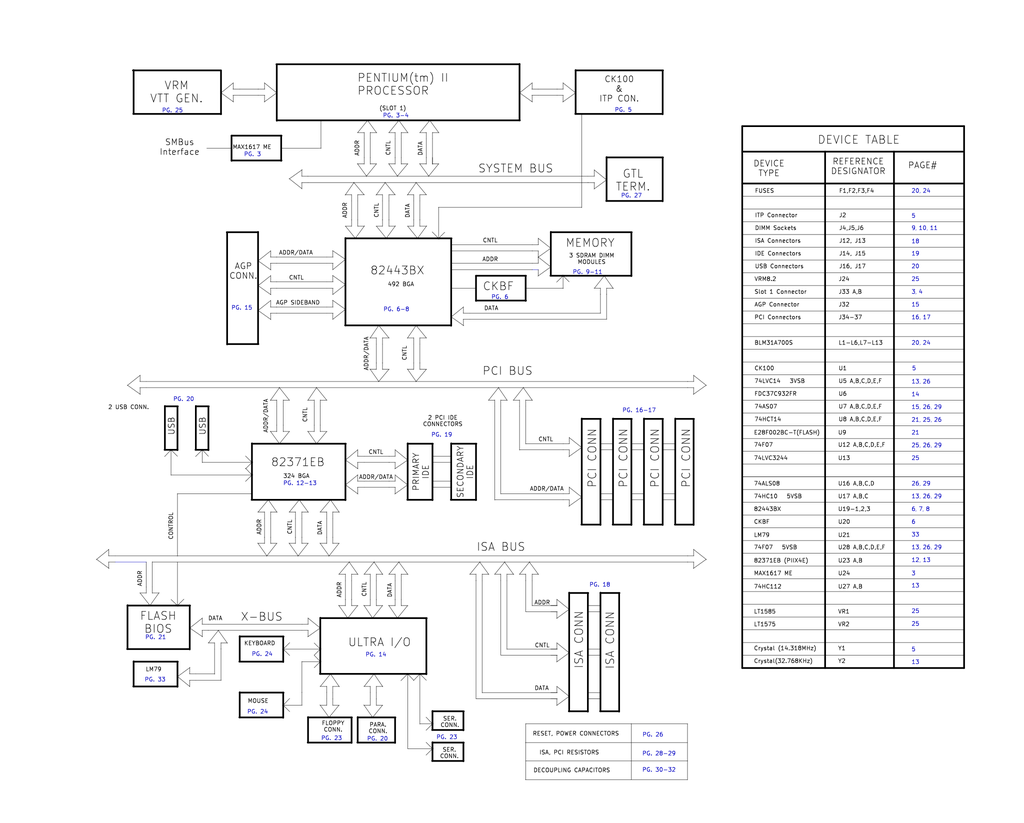
<source format=kicad_sch>
(kicad_sch (version 20241004) (generator "eeschema") (generator_version "8.99")
  (paper "User" 510 410)
  (title_block (title "INTEL 100MHz Pentium(tm) II processor/440BX AGPset Block Diagram") (date "Thursday, April 09, 1998") (rev "1.0"))
  (text "," (at 458.1736 170.8997 0) (effects (font (size 2 2))))
  (text "CNTL" (at 271.8223 218.9481 0) (effects (font (size 2 2) (thickness 0.25))))
  (text "PARA.\nCONN." (at 188.2563 362.7121 0) (effects (font (size 2 2) (thickness 0.25))))
  (text "ITP Connector" (at 375.8776 107.3997 0) (effects (font (size 2 2) (thickness 0.25)) (justify left)))
  (text "DEVICE\nTYPE" (at 382.9896 84.0317 0) (effects (font (size 3 3) (thickness 0.25))))
  (text "5" (at 454.1096 183.5997 0) (effects (font (size 2 2) (thickness 0.25)) (justify left)))
  (text "L1-L6,L7-L13" (at 417.5336 170.8997 0) (effects (font (size 2 2) (thickness 0.25)) (justify left)))
  (text "J14, J15" (at 417.7876 126.4497 0) (effects (font (size 2 2) (thickness 0.25)) (justify left)))
  (text "25" (at 453.8556 304.5037 0) (effects (font (size 2 2) (thickness 0.25)) (justify left)))
  (text "," (at 458.1736 209.2537 0) (effects (font (size 2 2))))
  (text "FLASH\nBIOS" (at 78.7823 310.1341 0) (effects (font (size 4 4) (thickness 0.25))))
  (text "PG. 24" (at 128.3123 354.5841 0) (effects (font (size 2 2) (thickness 0.25))))
  (text "74HC10   5VSB" (at 375.3696 247.3537 0) (effects (font (size 2 2) (thickness 0.25)) (justify left)))
  (text "13" (at 459.4436 279.1037 0) (effects (font (size 2 2) (thickness 0.25)) (justify left)))
  (text "," (at 456.1416 113.7497 0) (effects (font (size 2 2))))
  (text "5" (at 453.8556 107.6537 0) (effects (font (size 2 2) (thickness 0.25)) (justify left)))
  (text "DATA" (at 209.3383 74.1681 90) (effects (font (size 2 2) (thickness 0.25))))
  (text "J24" (at 417.5336 139.1497 0) (effects (font (size 2 2) (thickness 0.25)) (justify left)))
  (text "J32" (at 417.5336 151.8497 0) (effects (font (size 2 2) (thickness 0.25)) (justify left)))
  (text "U9" (at 417.2796 215.6037 0) (effects (font (size 2 2) (thickness 0.25)) (justify left)))
  (text "CNTL" (at 147.6163 138.4301 0) (effects (font (size 2 2) (thickness 0.25))))
  (text "25" (at 453.8556 310.8537 0) (effects (font (size 2 2) (thickness 0.25)) (justify left)))
  (text "PG. 28-29" (at 328.2103 375.4121 0) (effects (font (size 2 2) (thickness 0.25))))
  (text "20" (at 453.8556 95.2077 0) (effects (font (size 2 2) (thickness 0.25)) (justify left)))
  (text "Slot 1 Connector" (at 375.6236 145.4997 0) (effects (font (size 2 2) (thickness 0.25)) (justify left)))
  (text "CNTL" (at 201.4643 176.0221 90) (effects (font (size 2 2) (thickness 0.25))))
  (text "U5 A,B,C,D,E,F" (at 417.5336 189.9497 0) (effects (font (size 2 2) (thickness 0.25)) (justify left)))
  (text "26" (at 453.8556 241.0037 0) (effects (font (size 2 2) (thickness 0.25)) (justify left)))
  (text "ISA, PCI RESISTORS" (at 283.5063 374.9041 0) (effects (font (size 2 2) (thickness 0.25))))
  (text "26" (at 459.4436 247.3537 0) (effects (font (size 2 2) (thickness 0.25)) (justify left)))
  (text "DATA" (at 159.3003 263.1441 90) (effects (font (size 2 2) (thickness 0.25))))
  (text "," (at 458.1736 279.1037 0) (effects (font (size 2 2))))
  (text "FUSES" (at 375.8776 95.2077 0) (effects (font (size 2 2) (thickness 0.25)) (justify left)))
  (text "CNTL" (at 181.3983 293.6241 90) (effects (font (size 2 2) (thickness 0.25))))
  (text "74F07   5VSB" (at 375.3696 272.7537 0) (effects (font (size 2 2) (thickness 0.25)) (justify left)))
  (text "U28 A,B,C,D,E,F" (at 417.2796 272.7537 0) (effects (font (size 2 2) (thickness 0.25)) (justify left)))
  (text "," (at 461.7296 113.7497 0) (effects (font (size 2 2))))
  (text "PG. 6" (at 248.9623 148.0821 0) (effects (font (size 2 2) (thickness 0.25))))
  (text "6" (at 453.8556 253.7037 0) (effects (font (size 2 2) (thickness 0.25)) (justify left)))
  (text "PG. 21" (at 77.5123 317.5001 0) (effects (font (size 2 2) (thickness 0.25))))
  (text "PG. 18" (at 298.7463 291.3381 0) (effects (font (size 2 2) (thickness 0.25))))
  (text "DECOUPLING CAPACITORS" (at 284.7763 383.7941 0) (effects (font (size 2 2) (thickness 0.25))))
  (text "16" (at 453.8556 158.1997 0) (effects (font (size 2 2) (thickness 0.25)) (justify left)))
  (text "19" (at 453.8556 126.4497 0) (effects (font (size 2 2) (thickness 0.25)) (justify left)))
  (text "(SLOT 1)" (at 195.6223 54.1021 0) (effects (font (size 2 2) (thickness 0.25))))
  (text "U23 A,B" (at 417.2796 279.3577 0) (effects (font (size 2 2) (thickness 0.25)) (justify left)))
  (text "74ALS08" (at 375.3696 241.0037 0) (effects (font (size 2 2) (thickness 0.25)) (justify left)))
  (text "USB" (at 100.8803 212.3441 90) (effects (font (size 3 3) (thickness 0.25))))
  (text "3" (at 453.8556 285.7077 0) (effects (font (size 2 2) (thickness 0.25)) (justify left)))
  (text "PG. 25" (at 85.8943 55.1181 0) (effects (font (size 2 2) (thickness 0.25))))
  (text "VR2" (at 417.2796 311.1077 0) (effects (font (size 2 2) (thickness 0.25)) (justify left)))
  (text "PG. 14" (at 187.2403 326.1361 0) (effects (font (size 2 2) (thickness 0.25))))
  (text "U24" (at 417.2796 285.7077 0) (effects (font (size 2 2) (thickness 0.25)) (justify left)))
  (text "DATA" (at 107.2303 308.1021 0) (effects (font (size 2 2) (thickness 0.25))))
  (text "15" (at 453.8556 151.8497 0) (effects (font (size 2 2) (thickness 0.25)) (justify left)))
  (text "74LVC14   3VSB" (at 375.6236 189.9497 0) (effects (font (size 2 2) (thickness 0.25)) (justify left)))
  (text "," (at 463.7616 202.9037 0) (effects (font (size 2 2))))
  (text "J2" (at 417.7876 107.3997 0) (effects (font (size 2 2) (thickness 0.25)) (justify left)))
  (text "X-BUS" (at 130.3443 307.3401 0) (effects (font (size 4 4) (thickness 0.25))))
  (text "ADDR/DATA" (at 147.3623 125.9841 0) (effects (font (size 2 2) (thickness 0.25))))
  (text "ULTRA I/O" (at 189.0183 320.0401 0) (effects (font (size 4 4) (thickness 0.25))))
  (text "PG. 27" (at 314.4943 97.5361 0) (effects (font (size 2 2) (thickness 0.25))))
  (text "ADDR" (at 69.6383 288.2901 90) (effects (font (size 2 2) (thickness 0.25))))
  (text "PG. 30-32" (at 328.2103 383.5401 0) (effects (font (size 2 2) (thickness 0.25))))
  (text "74LVC3244" (at 375.3696 228.3037 0) (effects (font (size 2 2) (thickness 0.25)) (justify left)))
  (text "DATA" (at 269.7903 342.9001 0) (effects (font (size 2 2) (thickness 0.25))))
  (text "CNTL" (at 244.1363 119.8881 0) (effects (font (size 2 2) (thickness 0.25))))
  (text "CK100\n&\nITP CON." (at 308.3983 44.4501 0) (effects (font (size 3 3) (thickness 0.25))))
  (text "33" (at 453.8556 266.4037 0) (effects (font (size 2 2) (thickness 0.25)) (justify left)))
  (text "SYSTEM BUS" (at 256.8363 84.0741 0) (effects (font (size 4 4) (thickness 0.25))))
  (text "U8 A,B,C,D,E,F" (at 417.5336 208.9997 0) (effects (font (size 2 2) (thickness 0.25)) (justify left)))
  (text "3" (at 453.8556 145.4997 0) (effects (font (size 2 2) (thickness 0.25)) (justify left)))
  (text "ADDR" (at 129.0743 262.6361 90) (effects (font (size 2 2) (thickness 0.25))))
  (text "CONTROL" (at 85.1323 262.1281 90) (effects (font (size 2 2) (thickness 0.25))))
  (text "DATA" (at 202.9883 105.1561 90) (effects (font (size 2 2) (thickness 0.25))))
  (text "J34-37" (at 417.5336 158.1997 0) (effects (font (size 2 2) (thickness 0.25)) (justify left)))
  (text "PG. 19" (at 220.0063 216.6621 0) (effects (font (size 2 2) (thickness 0.25))))
  (text "," (at 458.1736 190.2037 0) (effects (font (size 2 2))))
  (text "26" (at 459.4436 190.2037 0) (effects (font (size 2 2) (thickness 0.25)) (justify left)))
  (text "CNTL" (at 187.4943 104.9021 90) (effects (font (size 2 2) (thickness 0.25))))
  (text "PCI Connectors" (at 375.6236 158.1997 0) (effects (font (size 2 2) (thickness 0.25)) (justify left)))
  (text "U21" (at 417.2796 266.6577 0) (effects (font (size 2 2) (thickness 0.25)) (justify left)))
  (text "," (at 458.1736 202.9037 0) (effects (font (size 2 2))))
  (text "CNTL" (at 187.2403 225.2981 0) (effects (font (size 2 2) (thickness 0.25))))
  (text "MOUSE" (at 128.5663 349.2501 0) (effects (font (size 2 2) (thickness 0.25))))
  (text "4" (at 457.4116 145.4997 0) (effects (font (size 2 2) (thickness 0.25)) (justify left)))
  (text "Crystal (14.318MHz)" (at 375.3696 323.0457 0) (effects (font (size 2 2) (thickness 0.25)) (justify left)))
  (text "74HCT14" (at 375.6236 208.9997 0) (effects (font (size 2 2) (thickness 0.25)) (justify left)))
  (text "24" (at 459.4436 95.2077 0) (effects (font (size 2 2) (thickness 0.25)) (justify left)))
  (text "U1" (at 417.5336 183.5997 0) (effects (font (size 2 2) (thickness 0.25)) (justify left)))
  (text "PG. 23" (at 222.5463 367.2841 0) (effects (font (size 2 2) (thickness 0.25))))
  (text "PG. 3" (at 125.7723 76.9621 0) (effects (font (size 2 2) (thickness 0.25))))
  (text "SER.\nCONN." (at 224.0703 359.6641 0) (effects (font (size 2 2) (thickness 0.25))))
  (text "82443BX" (at 197.9083 134.8741 0) (effects (font (size 4 4) (thickness 0.25))))
  (text "AGP SIDEBAND" (at 148.3783 150.8761 0) (effects (font (size 2 2) (thickness 0.25))))
  (text "29" (at 465.0316 272.7537 0) (effects (font (size 2 2) (thickness 0.25)) (justify left)))
  (text "U20" (at 417.2796 260.0537 0) (effects (font (size 2 2) (thickness 0.25)) (justify left)))
  (text "CKBF" (at 248.2003 142.7481 0) (effects (font (size 4 4) (thickness 0.25))))
  (text "74HC112" (at 375.3696 292.3117 0) (effects (font (size 2 2) (thickness 0.25)) (justify left)))
  (text "USB" (at 85.3863 212.3441 90) (effects (font (size 3 3) (thickness 0.25))))
  (text "U17 A,B,C" (at 417.2796 247.3537 0) (effects (font (size 2 2) (thickness 0.25)) (justify left)))
  (text "20" (at 453.8556 132.7997 0) (effects (font (size 2 2) (thickness 0.25)) (justify left)))
  (text "25" (at 459.4436 209.2537 0) (effects (font (size 2 2) (thickness 0.25)) (justify left)))
  (text "BLM31A700S" (at 375.6236 170.8997 0) (effects (font (size 2 2) (thickness 0.25)) (justify left)))
  (text "," (at 463.7616 272.7537 0) (effects (font (size 2 2))))
  (text "7" (at 457.4116 253.7037 0) (effects (font (size 2 2) (thickness 0.25)) (justify left)))
  (text "Crystal(32.768KHz)" (at 375.3696 329.3957 0) (effects (font (size 2 2) (thickness 0.25)) (justify left)))
  (text "," (at 458.1736 247.3537 0) (effects (font (size 2 2))))
  (text "ISA BUS" (at 249.4703 272.5421 0) (effects (font (size 4 4) (thickness 0.25))))
  (text "PCI CONN" (at 310.4303 228.3461 90) (effects (font (size 4 4) (thickness 0.25))))
  (text "324 BGA" (at 147.6163 237.2361 0) (effects (font (size 2 2) (thickness 0.25))))
  (text "15" (at 453.8556 202.9037 0) (effects (font (size 2 2) (thickness 0.25)) (justify left)))
  (text "492 BGA" (at 199.6863 141.7321 0) (effects (font (size 2 2) (thickness 0.25))))
  (text "DEVICE TABLE" (at 427.6936 69.8077 0) (effects (font (size 4 4) (thickness 0.25))))
  (text "PCI CONN" (at 294.9363 228.3461 90) (effects (font (size 4 4) (thickness 0.25))))
  (text "REFERENCE\nDESIGNATOR" (at 427.4396 83.0157 0) (effects (font (size 3 3) (thickness 0.25))))
  (text "SER.\nCONN." (at 223.8163 375.1581 0) (effects (font (size 2 2) (thickness 0.25))))
  (text "PG. 9-11" (at 292.6503 135.6361 0) (effects (font (size 2 2) (thickness 0.25))))
  (text "PAGE#" (at 459.4436 82.5077 0) (effects (font (size 3 3) (thickness 0.25))))
  (text "USB Connectors" (at 375.8776 132.7997 0) (effects (font (size 2 2) (thickness 0.25)) (justify left)))
  (text "," (at 456.1416 253.7037 0) (effects (font (size 2 2))))
  (text "PG. 15" (at 120.4383 153.4161 0) (effects (font (size 2 2) (thickness 0.25))))
  (text "82371EB" (at 148.3783 230.3781 0) (effects (font (size 4 4) (thickness 0.25))))
  (text "29" (at 459.4436 241.0037 0) (effects (font (size 2 2) (thickness 0.25)) (justify left)))
  (text "CNTL" (at 193.3363 73.9141 90) (effects (font (size 2 2) (thickness 0.25))))
  (text "6" (at 453.8556 260.0537 0) (effects (font (size 2 2) (thickness 0.25)) (justify left)))
  (text "11" (at 462.9996 113.7497 0) (effects (font (size 2 2) (thickness 0.25)) (justify left)))
  (text "," (at 458.1736 221.9537 0) (effects (font (size 2 2))))
  (text "LM79" (at 375.3696 266.6577 0) (effects (font (size 2 2) (thickness 0.25)) (justify left)))
  (text "CNTL" (at 151.9343 206.7561 90) (effects (font (size 2 2) (thickness 0.25))))
  (text "ADDR" (at 270.0443 300.2281 0) (effects (font (size 2 2) (thickness 0.25))))
  (text "MAX1617 ME" (at 125.5183 73.4061 0) (effects (font (size 2 2) (thickness 0.25))))
  (text "21" (at 453.8556 209.2537 0) (effects (font (size 2 2) (thickness 0.25)) (justify left)))
  (text "," (at 458.1736 95.2077 0) (effects (font (size 2 2))))
  (text "U16 A,B,C,D" (at 417.2796 241.0037 0) (effects (font (size 2 2) (thickness 0.25)) (justify left)))
  (text "Y1" (at 417.2796 323.0457 0) (effects (font (size 2 2) (thickness 0.25)) (justify left)))
  (text "Y2" (at 417.2796 329.3957 0) (effects (font (size 2 2) (thickness 0.25)) (justify left)))
  (text "PG. 26" (at 325.1623 366.0141 0) (effects (font (size 2 2) (thickness 0.25))))
  (text "VR1" (at 417.2796 304.7577 0) (effects (font (size 2 2) (thickness 0.25)) (justify left)))
  (text "," (at 463.7616 247.3537 0) (effects (font (size 2 2))))
  (text "74AS07" (at 375.6236 202.6497 0) (effects (font (size 2 2) (thickness 0.25)) (justify left)))
  (text "13" (at 453.8556 329.9037 0) (effects (font (size 2 2) (thickness 0.25)) (justify left)))
  (text "ADDR/DATA" (at 187.2403 237.7441 0) (effects (font (size 2 2) (thickness 0.25))))
  (text "," (at 458.1736 158.1997 0) (effects (font (size 2 2))))
  (text "29" (at 465.0316 221.9537 0) (effects (font (size 2 2) (thickness 0.25)) (justify left)))
  (text "," (at 463.7616 209.2537 0) (effects (font (size 2 2))))
  (text "25" (at 453.8556 221.9537 0) (effects (font (size 2 2) (thickness 0.25)) (justify left)))
  (text "AGP\nCONN." (at 121.2003 135.1281 0) (effects (font (size 3 3) (thickness 0.25))))
  (text "FLOPPY\nCONN." (at 165.9043 361.9501 0) (effects (font (size 2 2) (thickness 0.25))))
  (text "9" (at 453.8556 113.7497 0) (effects (font (size 2 2) (thickness 0.25)) (justify left)))
  (text "ISA Connectors" (at 375.8776 120.0997 0) (effects (font (size 2 2) (thickness 0.25)) (justify left)))
  (text "12" (at 453.8556 279.1037 0) (effects (font (size 2 2) (thickness 0.25)) (justify left)))
  (text "13" (at 453.8556 291.8037 0) (effects (font (size 2 2) (thickness 0.25)) (justify left)))
  (text "," (at 458.1736 241.0037 0) (effects (font (size 2 2))))
  (text "26" (at 459.4436 272.7537 0) (effects (font (size 2 2) (thickness 0.25)) (justify left)))
  (text "J4,J5,J6" (at 417.7876 113.7497 0) (effects (font (size 2 2) (thickness 0.25)) (justify left)))
  (text "ADDR" (at 177.8423 73.9141 90) (effects (font (size 2 2) (thickness 0.25))))
  (text "PG. 5" (at 310.4303 54.8641 0) (effects (font (size 2 2) (thickness 0.25))))
  (text "PCI CONN" (at 326.1783 228.3461 90) (effects (font (size 4 4) (thickness 0.25))))
  (text "13" (at 453.8556 190.2037 0) (effects (font (size 2 2) (thickness 0.25)) (justify left)))
  (text "U7 A,B,C,D,E,F" (at 417.5336 202.6497 0) (effects (font (size 2 2) (thickness 0.25)) (justify left)))
  (text "2 USB CONN." (at 64.0503 202.9461 0) (effects (font (size 2 2) (thickness 0.25))))
  (text "E28F002BC-T(FLASH)" (at 375.3696 215.6037 0) (effects (font (size 2 2) (thickness 0.25)) (justify left)))
  (text "25" (at 453.8556 228.3037 0) (effects (font (size 2 2) (thickness 0.25)) (justify left)))
  (text "MEMORY" (at 293.9203 121.1581 0) (effects (font (size 4 4) (thickness 0.25))))
  (text "DIMM Sockets" (at 375.8776 113.7497 0) (effects (font (size 2 2) (thickness 0.25)) (justify left)))
  (text "26" (at 459.4436 221.9537 0) (effects (font (size 2 2) (thickness 0.25)) (justify left)))
  (text "ISA CONN" (at 303.8263 319.0241 90) (effects (font (size 4 4) (thickness 0.25))))
  (text "ADDR/DATA" (at 272.3303 243.5861 0) (effects (font (size 2 2) (thickness 0.25))))
  (text "PG. 16-17" (at 318.3043 204.4701 0) (effects (font (size 2 2) (thickness 0.25))))
  (text "IDE Connectors" (at 375.8776 126.4497 0) (effects (font (size 2 2) (thickness 0.25)) (justify left)))
  (text "13" (at 453.8556 247.3537 0) (effects (font (size 2 2) (thickness 0.25)) (justify left)))
  (text "ADDR/DATA" (at 132.3763 207.2641 90) (effects (font (size 2 2) (thickness 0.25))))
  (text "LM79" (at 76.4963 333.5021 0) (effects (font (size 2 2) (thickness 0.25))))
  (text "GTL\nTERM." (at 315.2563 89.9161 0) (effects (font (size 4 4) (thickness 0.25))))
  (text "ISA CONN" (at 288.3323 318.7701 90) (effects (font (size 4 4) (thickness 0.25))))
  (text "82371EB (PIIX4E)" (at 375.3696 279.3577 0) (effects (font (size 2 2) (thickness 0.25)) (justify left)))
  (text "J12, J13" (at 417.7876 120.0997 0) (effects (font (size 2 2) (thickness 0.25)) (justify left)))
  (text "," (at 459.6976 253.7037 0) (effects (font (size 2 2))))
  (text "FDC37C932FR" (at 375.6236 196.2997 0) (effects (font (size 2 2) (thickness 0.25)) (justify left)))
  (text "ADDR" (at 244.1363 129.2861 0) (effects (font (size 2 2) (thickness 0.25))))
  (text "MAX1617 ME" (at 375.3696 285.7077 0) (effects (font (size 2 2) (thickness 0.25)) (justify left)))
  (text "ADDR" (at 171.7463 104.9021 90) (effects (font (size 2 2) (thickness 0.25))))
  (text "PCI BUS" (at 252.7723 184.9121 0) (effects (font (size 4 4) (thickness 0.25))))
  (text "U19-1,2,3" (at 417.2796 253.7037 0) (effects (font (size 2 2) (thickness 0.25)) (justify left)))
  (text "PCI CONN" (at 341.6723 228.3461 90) (effects (font (size 4 4) (thickness 0.25))))
  (text "74F07" (at 375.3696 221.6997 0) (effects (font (size 2 2) (thickness 0.25)) (justify left)))
  (text "ADDR" (at 168.9523 293.8781 90) (effects (font (size 2 2) (thickness 0.25))))
  (text "8" (at 460.9676 253.7037 0) (effects (font (size 2 2) (thickness 0.25)) (justify left)))
  (text "PG. 20" (at 188.0023 368.0461 0) (effects (font (size 2 2) (thickness 0.25))))
  (text "82443BX" (at 375.3696 253.7037 0) (effects (font (size 2 2) (thickness 0.25)) (justify left)))
  (text "KEYBOARD" (at 129.3283 320.5481 0) (effects (font (size 2 2) (thickness 0.25))))
  (text "DATA" (at 244.6443 153.6701 0) (effects (font (size 2 2) (thickness 0.25))))
  (text "ADDR/DATA" (at 182.4143 176.2761 90) (effects (font (size 2 2) (thickness 0.25))))
  (text "LT1575" (at 375.3696 311.1077 0) (effects (font (size 2 2) (thickness 0.25)) (justify left)))
  (text "10" (at 457.4116 113.7497 0) (effects (font (size 2 2) (thickness 0.25)) (justify left)))
  (text "3 SDRAM DIMM\nMODULES" (at 294.6823 129.0321 0) (effects (font (size 2 2) (thickness 0.25))))
  (text "PG. 3-4" (at 197.1463 57.6581 0) (effects (font (size 2 2) (thickness 0.25))))
  (text "PG. 12-13" (at 149.3943 240.7921 0) (effects (font (size 2 2) (thickness 0.25))))
  (text "18" (at 453.8556 120.3537 0) (effects (font (size 2 2) (thickness 0.25)) (justify left)))
  (text "PG. 20" (at 91.4823 198.8821 0) (effects (font (size 2 2) (thickness 0.25))))
  (text "J33 A,B" (at 417.5336 145.4997 0) (effects (font (size 2 2) (thickness 0.25)) (justify left)))
  (text "SECONDARY\nIDE" (at 231.6903 235.2041 90) (effects (font (size 3 3) (thickness 0.25))))
  (text "PRIMARY\nIDE" (at 209.5923 235.2041 90) (effects (font (size 3 3) (thickness 0.25))))
  (text "DATA" (at 194.0983 294.1321 90) (effects (font (size 2 2) (thickness 0.25))))
  (text "PG. 24" (at 130.5983 325.8821 0) (effects (font (size 2 2) (thickness 0.25))))
  (text "CK100" (at 375.6236 183.5997 0) (effects (font (size 2 2) (thickness 0.25)) (justify left)))
  (text "26" (at 459.4436 202.9037 0) (effects (font (size 2 2) (thickness 0.25)) (justify left)))
  (text "2 PCI IDE\nCONNECTORS" (at 220.5143 209.8041 0) (effects (font (size 2 2) (thickness 0.25))))
  (text "PG. 33" (at 77.2583 338.5821 0) (effects (font (size 2 2) (thickness 0.25))))
  (text "26" (at 465.0316 209.2537 0) (effects (font (size 2 2) (thickness 0.25)) (justify left)))
  (text "29" (at 465.0316 247.3537 0) (effects (font (size 2 2) (thickness 0.25)) (justify left)))
  (text "SMBus\nInterface" (at 89.4503 73.4061 0) (effects (font (size 3 3) (thickness 0.25))))
  (text "RESET, POWER CONNECTORS" (at 286.8083 365.5061 0) (effects (font (size 2 2) (thickness 0.25))))
  (text "17" (at 459.4436 158.1997 0) (effects (font (size 2 2) (thickness 0.25)) (justify left)))
  (text "LT1585" (at 375.3696 304.7577 0) (effects (font (size 2 2) (thickness 0.25)) (justify left)))
  (text "CNTL" (at 144.3143 262.6361 90) (effects (font (size 2 2) (thickness 0.25))))
  (text "CKBF" (at 375.3696 260.0537 0) (effects (font (size 2 2) (thickness 0.25)) (justify left)))
  (text "U27 A,B" (at 417.2796 292.3117 0) (effects (font (size 2 2) (thickness 0.25)) (justify left)))
  (text "25" (at 453.8556 139.1497 0) (effects (font (size 2 2) (thickness 0.25)) (justify left)))
  (text "," (at 458.1736 272.7537 0) (effects (font (size 2 2))))
  (text "14" (at 453.8556 196.5537 0) (effects (font (size 2 2) (thickness 0.25)) (justify left)))
  (text "13" (at 453.8556 272.7537 0) (effects (font (size 2 2) (thickness 0.25)) (justify left)))
  (text "CNTL" (at 270.0443 321.5641 0) (effects (font (size 2 2) (thickness 0.25))))
  (text "PG. 6-8" (at 197.4003 154.1781 0) (effects (font (size 2 2) (thickness 0.25))))
  (text "VRM8.2" (at 375.6236 139.1497 0) (effects (font (size 2 2) (thickness 0.25)) (justify left)))
  (text "24" (at 459.4436 170.8997 0) (effects (font (size 2 2) (thickness 0.25)) (justify left)))
  (text "VRM\nVTT GEN." (at 87.9263 45.9741 0) (effects (font (size 4 4) (thickness 0.25))))
  (text "U6" (at 417.5336 196.2997 0) (effects (font (size 2 2) (thickness 0.25)) (justify left)))
  (text "," (at 456.1416 145.4997 0) (effects (font (size 2 2))))
  (text "," (at 463.7616 221.9537 0) (effects (font (size 2 2))))
  (text "J16, J17" (at 417.7876 132.7997 0) (effects (font (size 2 2) (thickness 0.25)) (justify left)))
  (text "5" (at 453.8556 323.5537 0) (effects (font (size 2 2) (thickness 0.25)) (justify left)))
  (text "29" (at 465.0316 202.9037 0) (effects (font (size 2 2) (thickness 0.25)) (justify left)))
  (text "PG. 23" (at 165.1423 367.7921 0) (effects (font (size 2 2) (thickness 0.25))))
  (text "F1,F2,F3,F4" (at 417.7876 95.2077 0) (effects (font (size 2 2) (thickness 0.25)) (justify left)))
  (text "U13" (at 417.2796 228.3037 0) (effects (font (size 2 2) (thickness 0.25)) (justify left)))
  (text "21" (at 453.8556 215.6037 0) (effects (font (size 2 2) (thickness 0.25)) (justify left)))
  (text "20" (at 453.8556 170.8997 0) (effects (font (size 2 2) (thickness 0.25)) (justify left)))
  (text "PENTIUM(tm) II\nPROCESSOR" (at 177.8423 42.1641 0) (effects (font (size 4 4) (thickness 0.25)) (justify left)))
  (text "U12 A,B,C,D,E,F" (at 417.2796 221.6997 0) (effects (font (size 2 2) (thickness 0.25)) (justify left)))
  (text "AGP Connector" (at 375.6236 151.8497 0) (effects (font (size 2 2) (thickness 0.25)) (justify left)))
  (polyline (pts (xy 215.392 372.8719) (xy 212.1746 369.6548)) (stroke (width 0.1693) (type solid) (color 0 0 0 1)))
  (polyline (pts (xy 213.5293 87.7146) (xy 208.9573 81.4493)) (stroke (width 0.1693) (type solid) (color 0 0 0 1)))
  (polyline (pts (xy 184.4039 81.6188) (xy 187.6212 81.6188)) (stroke (width 0.1693) (type solid) (color 0 0 0 1)))
  (polyline (pts (xy 109.8973 35.0521) (xy 66.2093 35.0521)) (stroke (width 0.8466) (type solid) (color 0 0 0 1)))
  (polyline (pts (xy 206.0786 97.0281) (xy 202.8613 97.0281)) (stroke (width 0.1693) (type solid) (color 0 0 0 1)))
  (polyline (pts (xy 330.0306 261.2814) (xy 320.5479 261.2814)) (stroke (width 0.8466) (type solid) (color 0 0 0 1)))
  (polyline (pts (xy 240.1146 344.9321) (xy 277.5373 344.9321)) (stroke (width 0.1693) (type solid) (color 0 0 0 1)))
  (polyline (pts (xy 110.0666 35.0521) (xy 110.0666 56.8961)) (stroke (width 0.8466) (type solid) (color 0 0 0 1)))
  (polyline (pts (xy 181.356 227.2454) (xy 193.8866 227.2454)) (stroke (width 0.1693) (type solid) (color 0 0 0 1)))
  (polyline (pts (xy 119.38 344.9321) (xy 141.224 344.9321)) (stroke (width 0.8466) (type solid) (color 0 0 0 1)))
  (polyline (pts (xy 369.6546 218.3977) (xy 480.1446 218.3977)) (stroke (width 0.1693) (type solid) (color 0 0 0 1)))
  (polyline (pts (xy 260.6039 193.04) (xy 265.1759 199.4747)) (stroke (width 0.1693) (type solid) (color 0 0 0 1)))
  (polyline (pts (xy 94.488 338.8361) (xy 94.488 342.0534)) (stroke (width 0.1693) (type solid) (color 0 0 0 1)))
  (polyline (pts (xy 345.44 189.992) (xy 345.44 186.7747)) (stroke (width 0.1693) (type solid) (color 0 0 0 1)))
  (polyline (pts (xy 224.7053 124.9681) (xy 265.1759 124.9681)) (stroke (width 0.1693) (type solid) (color 0 0 0 1)))
  (polyline (pts (xy 181.356 242.6547) (xy 193.8866 242.6547)) (stroke (width 0.1693) (type solid) (color 0 0 0 1)))
  (polyline (pts (xy 134.7893 149.6907) (xy 128.3546 154.7707)) (stroke (width 0.1693) (type solid) (color 0 0 0 1)))
  (polyline (pts (xy 203.0306 112.6068) (xy 208.1106 118.8721)) (stroke (width 0.1693) (type solid) (color 0 0 0 1)))
  (polyline (pts (xy 175.0906 357.2934) (xy 175.0906 369.9935)) (stroke (width 0.8466) (type solid) (color 0 0 0 1)))
  (polyline (pts (xy 162.7293 258.2334) (xy 162.7293 267.7161)) (stroke (width 0.1693) (type solid) (color 0 0 0 1)))
  (polyline (pts (xy 274.3199 137.3294) (xy 274.3199 115.4854)) (stroke (width 0.8466) (type solid) (color 0 0 0 1)))
  (polyline (pts (xy 72.8133 193.0401) (xy 342.5612 193.0401)) (stroke (width 0.1693) (type solid) (color 0 0 0 1)))
  (polyline (pts (xy 159.512 214.884) (xy 162.8987 214.884)) (stroke (width 0.1693) (type solid) (color 0 0 0 1)))
  (polyline (pts (xy 172.0426 129.2014) (xy 165.608 124.7988)) (stroke (width 0.1693) (type solid) (color 0 0 0 1)))
  (polyline (pts (xy 187.452 286.0041) (xy 190.6693 286.0041)) (stroke (width 0.1693) (type solid) (color 0 0 0 1)))
  (polyline (pts (xy 277.368 320.2094) (xy 283.6333 325.2894)) (stroke (width 0.1693) (type solid) (color 0 0 0 1)))
  (polyline (pts (xy 196.7653 298.5348) (xy 196.7653 301.7521)) (stroke (width 0.1693) (type solid) (color 0 0 0 1)))
  (polyline (pts (xy 215.3919 360.5106) (xy 215.3919 354.0761)) (stroke (width 0.8466) (type solid) (color 0 0 0 1)))
  (polyline (pts (xy 283.464 220.9801) (xy 283.464 217.7627)) (stroke (width 0.1693) (type solid) (color 0 0 0 1)))
  (polyline (pts (xy 342.3919 279.9081) (xy 345.6093 279.9081)) (stroke (width 0.1693) (type solid) (color 0 0 0 1)))
  (polyline (pts (xy 156.464 202.3534) (xy 156.464 211.8361)) (stroke (width 0.1693) (type solid) (color 0 0 0 1)))
  (polyline (pts (xy 237.0666 286.0041) (xy 233.8493 286.0041)) (stroke (width 0.1693) (type solid) (color 0 0 0 1)))
  (polyline (pts (xy 162.7293 155.9561) (xy 137.668 155.9561)) (stroke (width 0.1693) (type solid) (color 0 0 0 1)))
  (polyline (pts (xy 277.368 326.3054) (xy 277.368 329.6921)) (stroke (width 0.1693) (type solid) (color 0 0 0 1)))
  (polyline (pts (xy 369.6546 148.5477) (xy 480.1446 148.5477)) (stroke (width 0.1693) (type solid) (color 0 0 0 1)))
  (polyline (pts (xy 277.368 347.9801) (xy 277.368 351.3667)) (stroke (width 0.1693) (type solid) (color 0 0 0 1)))
  (polyline (pts (xy 57.4039 276.8601) (xy 54.0172 276.8601)) (stroke (width 0.1693) (type solid) (color 0 0 0 1)))
  (polyline (pts (xy 299.0426 155.9561) (xy 299.0426 146.4734)) (stroke (width 0.1693) (type solid) (color 0 0 0 1)))
  (polyline (pts (xy 100.7533 313.9441) (xy 100.7533 317.1614)) (stroke (width 0.1693) (type solid) (color 0 0 0 1)))
  (polyline (pts (xy 209.1266 100.0761) (xy 209.1266 96.8587)) (stroke (width 0.1693) (type solid) (color 0 0 0 1)))
  (polyline (pts (xy 265.0066 44.3653) (xy 265.0066 41.148)) (stroke (width 0.1693) (type solid) (color 0 0 0 1)))
  (polyline (pts (xy 181.356 239.6067) (xy 177.9693 239.6067)) (stroke (width 0.1693) (type solid) (color 0 0 0 1)))
  (polyline (pts (xy 184.4039 347.9801) (xy 184.4039 351.3667)) (stroke (width 0.1693) (type solid) (color 0 0 0 1)))
  (polyline (pts (xy 131.7413 270.5947) (xy 128.3546 270.5947)) (stroke (width 0.1693) (type solid) (color 0 0 0 1)))
  (polyline (pts (xy 75.8613 292.2694) (xy 75.8613 295.4867)) (stroke (width 0.1693) (type solid) (color 0 0 0 1)))
  (polyline (pts (xy 274.3199 301.5828) (xy 277.5373 301.5828)) (stroke (width 0.1693) (type solid) (color 0 0 0 1)))
  (polyline (pts (xy 163.9146 276.8601) (xy 159.3426 270.4254)) (stroke (width 0.1693) (type solid) (color 0 0 0 1)))
  (polyline (pts (xy 175.0906 100.076) (xy 175.0906 96.8587)) (stroke (width 0.1693) (type solid) (color 0 0 0 1)))
  (polyline (pts (xy 274.32 344.9321) (xy 277.5373 344.9321)) (stroke (width 0.1693) (type solid) (color 0 0 0 1)))
  (polyline (pts (xy 206.0786 112.6068) (xy 202.8613 112.6068)) (stroke (width 0.1693) (type solid) (color 0 0 0 1)))
  (polyline (pts (xy 369.6546 313.6477) (xy 480.1446 313.6477)) (stroke (width 0.1693) (type solid) (color 0 0 0 1)))
  (polyline (pts (xy 280.416 220.9801) (xy 283.6333 220.9801)) (stroke (width 0.1693) (type solid) (color 0 0 0 1)))
  (polyline (pts (xy 190.4999 183.8961) (xy 193.8866 183.8961)) (stroke (width 0.1693) (type solid) (color 0 0 0 1)))
  (polyline (pts (xy 97.536 335.6187) (xy 107.0186 335.6187)) (stroke (width 0.1693) (type solid) (color 0 0 0 1)))
  (polyline (pts (xy 215.3919 372.8719) (xy 212.1746 376.0894)) (stroke (width 0.1693) (type solid) (color 0 0 0 1)))
  (polyline (pts (xy 230.8013 155.9561) (xy 230.8013 152.7387)) (stroke (width 0.1693) (type solid) (color 0 0 0 1)))
  (polyline (pts (xy 187.4519 183.8961) (xy 184.2346 183.8961)) (stroke (width 0.1693) (type solid) (color 0 0 0 1)))
  (polyline (pts (xy 165.7773 255.016) (xy 168.9946 255.016)) (stroke (width 0.1693) (type solid) (color 0 0 0 1)))
  (polyline (pts (xy 199.8133 69.0881) (xy 199.8133 78.5708)) (stroke (width 0.1693) (type solid) (color 0 0 0 1)))
  (polyline (pts (xy 193.7173 66.04) (xy 198.7973 59.7747)) (stroke (width 0.1693) (type solid) (color 0 0 0 1)))
  (polyline (pts (xy 261.7893 304.6307) (xy 277.5373 304.6307)) (stroke (width 0.1693) (type solid) (color 0 0 0 1)))
  (polyline (pts (xy 141.0547 202.3534) (xy 141.0547 199.136)) (stroke (width 0.1693) (type solid) (color 0 0 0 1)))
  (polyline (pts (xy 144.1026 255.016) (xy 149.1826 248.7507)) (stroke (width 0.1693) (type solid) (color 0 0 0 1)))
  (polyline (pts (xy 184.404 344.9321) (xy 184.404 341.7147)) (stroke (width 0.1693) (type solid) (color 0 0 0 1)))
  (polyline (pts (xy 131.7413 255.0161) (xy 128.3546 255.0161)) (stroke (width 0.1693) (type solid) (color 0 0 0 1)))
  (polyline (pts (xy 168.8253 286.0041) (xy 174.0746 279.7387)) (stroke (width 0.1693) (type solid) (color 0 0 0 1)))
  (polyline (pts (xy 141.0547 199.3054) (xy 144.272 199.3054)) (stroke (width 0.1693) (type solid) (color 0 0 0 1)))
  (polyline (pts (xy 330.0306 245.8721) (xy 336.4653 245.8721)) (stroke (width 0.1693) (type solid) (color 0 0 0 1)))
  (polyline (pts (xy 147.1506 258.2334) (xy 147.1506 254.8467)) (stroke (width 0.1693) (type solid) (color 0 0 0 1)))
  (polyline (pts (xy 212.3441 168.3173) (xy 207.0947 161.8826)) (stroke (width 0.1693) (type solid) (color 0 0 0 1)))
  (polyline (pts (xy 295.9946 84.6667) (xy 302.2599 89.7467)) (stroke (width 0.1693) (type solid) (color 0 0 0 1)))
  (polyline (pts (xy 252.476 289.2214) (xy 252.476 285.8347)) (stroke (width 0.1693) (type solid) (color 0 0 0 1)))
  (polyline (pts (xy 277.3679 47.4134) (xy 280.5853 47.4134)) (stroke (width 0.1693) (type solid) (color 0 0 0 1)))
  (polyline (pts (xy 218.44 81.6186) (xy 213.36 87.884)) (stroke (width 0.1693) (type solid) (color 0 0 0 1)))
  (polyline (pts (xy 184.4039 347.9801) (xy 184.4039 344.7628)) (stroke (width 0.1693) (type solid) (color 0 0 0 1)))
  (polyline (pts (xy 128.524 154.6014) (xy 134.9586 159.1734)) (stroke (width 0.1693) (type solid) (color 0 0 0 1)))
  (polyline (pts (xy 369.6546 97.7477) (xy 480.1446 97.7477)) (stroke (width 0.1693) (type solid) (color 0 0 0 1)))
  (polyline (pts (xy 299.0426 295.3174) (xy 308.5253 295.3174)) (stroke (width 0.8466) (type solid) (color 0 0 0 1)))
  (polyline (pts (xy 274.32 132.9267) (xy 267.8853 137.4987)) (stroke (width 0.1693) (type solid) (color 0 0 0 1)))
  (polyline (pts (xy 139.192 193.04) (xy 134.62 199.4747)) (stroke (width 0.1693) (type solid) (color 0 0 0 1)))
  (polyline (pts (xy 188.6374 162.052) (xy 184.2347 168.4867)) (stroke (width 0.1693) (type solid) (color 0 0 0 1)))
  (polyline (pts (xy 187.4519 180.6788) (xy 187.4519 184.0654)) (stroke (width 0.1693) (type solid) (color 0 0 0 1)))
  (polyline (pts (xy 280.416 137.3294) (xy 277.1986 140.5467)) (stroke (width 0.1693) (type solid) (color 0 0 0 1)))
  (polyline (pts (xy 196.7653 286.0041) (xy 193.548 286.0041)) (stroke (width 0.1693) (type solid) (color 0 0 0 1)))
  (polyline (pts (xy 209.1266 171.3654) (xy 209.1266 180.8481)) (stroke (width 0.1693) (type solid) (color 0 0 0 1)))
  (polyline (pts (xy 128.5239 129.8787) (xy 134.9586 134.4507)) (stroke (width 0.1693) (type solid) (color 0 0 0 1)))
  (polyline (pts (xy 212.3439 69.0881) (xy 212.3439 78.5707)) (stroke (width 0.1693) (type solid) (color 0 0 0 1)))
  (polyline (pts (xy 134.7893 258.2334) (xy 134.7893 254.8467)) (stroke (width 0.1693) (type solid) (color 0 0 0 1)))
  (polyline (pts (xy 88.392 336.9734) (xy 94.6573 332.4014)) (stroke (width 0.1693) (type solid) (color 0 0 0 1)))
  (polyline (pts (xy 246.38 199.3054) (xy 243.1626 199.3054)) (stroke (width 0.1693) (type solid) (color 0 0 0 1)))
  (polyline (pts (xy 137.8373 32.0041) (xy 137.8373 60.1134)) (stroke (width 0.8466) (type solid) (color 0 0 0 1)))
  (polyline (pts (xy 172.0426 241.4694) (xy 178.3079 246.0414)) (stroke (width 0.1693) (type solid) (color 0 0 0 1)))
  (polyline (pts (xy 172.0426 298.5348) (xy 172.0426 301.7521)) (stroke (width 0.1693) (type solid) (color 0 0 0 1)))
  (polyline (pts (xy 181.356 341.8841) (xy 186.4359 335.4494)) (stroke (width 0.1693) (type solid) (color 0 0 0 1)))
  (polyline (pts (xy 265.0066 41.3173) (xy 258.5719 46.3973)) (stroke (width 0.1693) (type solid) (color 0 0 0 1)))
  (polyline (pts (xy 196.7653 224.0281) (xy 203.2 229.2774)) (stroke (width 0.1693) (type solid) (color 0 0 0 1)))
  (polyline (pts (xy 54.1868 276.8601) (xy 54.1868 273.4734)) (stroke (width 0.1693) (type solid) (color 0 0 0 1)))
  (polyline (pts (xy 246.38 202.3534) (xy 246.38 249.0894)) (stroke (width 0.1693) (type solid) (color 0 0 0 1)))
  (polyline (pts (xy 314.4519 208.6187) (xy 314.4519 261.4507)) (stroke (width 0.8466) (type solid) (color 0 0 0 1)))
  (polyline (pts (xy 299.0426 245.8721) (xy 305.4773 245.8721)) (stroke (width 0.1693) (type solid) (color 0 0 0 1)))
  (polyline (pts (xy 100.7533 310.8961) (xy 100.7533 307.6787)) (stroke (width 0.1693) (type solid) (color 0 0 0 1)))
  (polyline (pts (xy 196.7653 369.824) (xy 177.9693 369.824)) (stroke (width 0.8466) (type solid) (color 0 0 0 1)))
  (polyline (pts (xy 165.7773 258.2334) (xy 165.7773 254.8467)) (stroke (width 0.1693) (type solid) (color 0 0 0 1)))
  (polyline (pts (xy 224.7053 220.9801) (xy 237.2359 220.9801)) (stroke (width 0.8466) (type solid) (color 0 0 0 1)))
  (polyline (pts (xy 97.536 338.8361) (xy 110.236 338.8361)) (stroke (width 0.1693) (type solid) (color 0 0 0 1)))
  (polyline (pts (xy 115.316 67.5641) (xy 115.316 80.0948)) (stroke (width 0.8466) (type solid) (color 0 0 0 1)))
  (polyline (pts (xy 159.512 341.8841) (xy 164.7613 335.4494)) (stroke (width 0.1693) (type solid) (color 0 0 0 1)))
  (polyline (pts (xy 188.6373 189.9921) (xy 184.2346 183.7268)) (stroke (width 0.1693) (type solid) (color 0 0 0 1)))
  (polyline (pts (xy 178.1386 112.6068) (xy 181.5253 112.6068)) (stroke (width 0.1693) (type solid) (color 0 0 0 1)))
  (polyline (pts (xy 85.1746 224.0281) (xy 85.1746 236.7281)) (stroke (width 0.1693) (type solid) (color 0 0 0 1)))
  (polyline (pts (xy 215.392 227.2454) (xy 224.8746 227.2454)) (stroke (width 0.1693) (type solid) (color 0 0 0 1)))
  (polyline (pts (xy 116.1626 41.3173) (xy 109.8973 46.3973)) (stroke (width 0.1693) (type solid) (color 0 0 0 1)))
  (polyline (pts (xy 302.0906 143.5947) (xy 305.4773 143.5947)) (stroke (width 0.1693) (type solid) (color 0 0 0 1)))
  (polyline (pts (xy 369.6546 307.2977) (xy 480.1446 307.2977)) (stroke (width 0.1693) (type solid) (color 0 0 0 1)))
  (polyline (pts (xy 186.2666 279.908) (xy 190.6693 286.1734)) (stroke (width 0.1693) (type solid) (color 0 0 0 1)))
  (polyline (pts (xy 283.464 325.1201) (xy 277.1987 329.6921)) (stroke (width 0.1693) (type solid) (color 0 0 0 1)))
  (polyline (pts (xy 187.4519 81.6188) (xy 182.3719 87.8841)) (stroke (width 0.1693) (type solid) (color 0 0 0 1)))
  (polyline (pts (xy 75.8613 279.908) (xy 342.5612 279.908)) (stroke (width 0.1693) (type solid) (color 0 0 0 1)))
  (polyline (pts (xy 115.316 67.5641) (xy 140.2079 67.5641)) (stroke (width 0.8466) (type solid) (color 0 0 0 1)))
  (polyline (pts (xy 125.476 248.9201) (xy 125.476 236.3894)) (stroke (width 0.8466) (type solid) (color 0 0 0 1)))
  (polyline (pts (xy 94.488 301.5827) (xy 94.488 323.4267)) (stroke (width 0.8466) (type solid) (color 0 0 0 1)))
  (polyline (pts (xy 230.8013 378.9681) (xy 215.2226 378.9681)) (stroke (width 0.8466) (type solid) (color 0 0 0 1)))
  (polyline (pts (xy 320.7173 261.2814) (xy 320.7173 208.4494)) (stroke (width 0.8466) (type solid) (color 0 0 0 1)))
  (polyline (pts (xy 410.9296 75.5227) (xy 410.9296 332.6977)) (stroke (width 0.8466) (type solid) (color 0 0 0 1)))
  (polyline (pts (xy 162.7293 255.016) (xy 159.3426 255.016)) (stroke (width 0.1693) (type solid) (color 0 0 0 1)))
  (polyline (pts (xy 258.7413 224.0281) (xy 280.5853 224.0281)) (stroke (width 0.1693) (type solid) (color 0 0 0 1)))
  (polyline (pts (xy 69.7653 295.3174) (xy 74.8453 301.7521)) (stroke (width 0.1693) (type solid) (color 0 0 0 1)))
  (polyline (pts (xy 141.0546 316.9921) (xy 141.0546 323.4267)) (stroke (width 0.8466) (type solid) (color 0 0 0 1)))
  (polyline (pts (xy 212.344 81.6186) (xy 208.9573 81.6186)) (stroke (width 0.1693) (type solid) (color 0 0 0 1)))
  (polyline (pts (xy 302.0906 146.6427) (xy 302.0906 143.4254)) (stroke (width 0.1693) (type solid) (color 0 0 0 1)))
  (polyline (pts (xy 159.5119 255.016) (xy 164.7613 248.7507)) (stroke (width 0.1693) (type solid) (color 0 0 0 1)))
  (polyline (pts (xy 230.8013 363.5586) (xy 215.2226 363.5586)) (stroke (width 0.8466) (type solid) (color 0 0 0 1)))
  (polyline (pts (xy 57.4039 279.908) (xy 54.0172 279.908)) (stroke (width 0.1693) (type solid) (color 0 0 0 1)))
  (polyline (pts (xy 178.1386 239.6067) (xy 178.1386 236.3894)) (stroke (width 0.1693) (type solid) (color 0 0 0 1)))
  (polyline (pts (xy 369.6546 167.5977) (xy 480.1446 167.5977)) (stroke (width 0.1693) (type solid) (color 0 0 0 1)))
  (polyline (pts (xy 184.404 286.0041) (xy 181.1866 286.0041)) (stroke (width 0.1693) (type solid) (color 0 0 0 1)))
  (polyline (pts (xy 212.344 78.4013) (xy 212.344 81.788)) (stroke (width 0.1693) (type solid) (color 0 0 0 1)))
  (polyline (pts (xy 187.4519 112.6068) (xy 192.5319 118.8721)) (stroke (width 0.1693) (type solid) (color 0 0 0 1)))
  (polyline (pts (xy 153.4159 90.9321) (xy 292.9466 90.9321)) (stroke (width 0.1693) (type solid) (color 0 0 0 1)))
  (polyline (pts (xy 261.7893 388.2814) (xy 261.7893 360.3415)) (stroke (width 0.1693) (type solid) (color 0 0 0 1)))
  (polyline (pts (xy 198.628 59.944) (xy 203.2 66.2093)) (stroke (width 0.1693) (type solid) (color 0 0 0 1)))
  (polyline (pts (xy 108.712 313.9441) (xy 113.284 320.3787)) (stroke (width 0.1693) (type solid) (color 0 0 0 1)))
  (polyline (pts (xy 191.8546 90.9321) (xy 187.2826 97.1974)) (stroke (width 0.1693) (type solid) (color 0 0 0 1)))
  (polyline (pts (xy 196.7653 230.2934) (xy 196.7653 233.5107)) (stroke (width 0.1693) (type solid) (color 0 0 0 1)))
  (polyline (pts (xy 302.0906 78.4014) (xy 330.2 78.4014)) (stroke (width 0.8466) (type solid) (color 0 0 0 1)))
  (polyline (pts (xy 292.7773 301.5827) (xy 299.2119 301.5827)) (stroke (width 0.1693) (type solid) (color 0 0 0 1)))
  (polyline (pts (xy 48.0906 278.5534) (xy 54.356 283.1254)) (stroke (width 0.1693) (type solid) (color 0 0 0 1)))
  (polyline (pts (xy 249.4279 326.3054) (xy 249.4279 289.0521)) (stroke (width 0.1693) (type solid) (color 0 0 0 1)))
  (polyline (pts (xy 230.8013 369.824) (xy 230.8013 379.1373)) (stroke (width 0.8466) (type solid) (color 0 0 0 1)))
  (polyline (pts (xy 159.5119 323.2574) (xy 159.5119 307.6787)) (stroke (width 0.8466) (type solid) (color 0 0 0 1)))
  (polyline (pts (xy 215.392 78.4013) (xy 215.392 81.788)) (stroke (width 0.1693) (type solid) (color 0 0 0 1)))
  (polyline (pts (xy 206.0786 171.3654) (xy 206.0786 180.8481)) (stroke (width 0.1693) (type solid) (color 0 0 0 1)))
  (polyline (pts (xy 134.7893 140.3774) (xy 134.7893 137.1601)) (stroke (width 0.1693) (type solid) (color 0 0 0 1)))
  (polyline (pts (xy 162.7293 140.3774) (xy 165.9466 140.3774)) (stroke (width 0.1693) (type solid) (color 0 0 0 1)))
  (polyline (pts (xy 159.5119 329.5227) (xy 159.5119 323.0881)) (stroke (width 0.8466) (type solid) (color 0 0 0 1)))
  (polyline (pts (xy 176.2759 90.9321) (xy 171.8733 97.1974)) (stroke (width 0.1693) (type solid) (color 0 0 0 1)))
  (polyline (pts (xy 261.7894 289.2214) (xy 261.7894 285.8347)) (stroke (width 0.1693) (type solid) (color 0 0 0 1)))
  (polyline (pts (xy 88.3919 301.5827) (xy 91.6093 298.3654)) (stroke (width 0.1693) (type solid) (color 0 0 0 1)))
  (polyline (pts (xy 54.1868 273.6427) (xy 47.9214 278.7227)) (stroke (width 0.1693) (type solid) (color 0 0 0 1)))
  (polyline (pts (xy 144.1026 89.0694) (xy 150.5372 84.4974)) (stroke (width 0.1693) (type solid) (color 0 0 0 1)))
  (polyline (pts (xy 369.6546 256.4977) (xy 480.1446 256.4977)) (stroke (width 0.1693) (type solid) (color 0 0 0 1)))
  (polyline (pts (xy 162.7293 214.884) (xy 157.48 221.1493)) (stroke (width 0.1693) (type solid) (color 0 0 0 1)))
  (polyline (pts (xy 292.7773 87.7148) (xy 153.2466 87.7148)) (stroke (width 0.1693) (type solid) (color 0 0 0 1)))
  (polyline (pts (xy 156.4639 326.3054) (xy 159.6813 329.6921)) (stroke (width 0.1693) (type solid) (color 0 0 0 1)))
  (polyline (pts (xy 150.3679 351.1974) (xy 150.3679 344.7628)) (stroke (width 0.1693) (type solid) (color 0 0 0 1)))
  (polyline (pts (xy 193.7174 168.3173) (xy 188.468 161.8827)) (stroke (width 0.1693) (type solid) (color 0 0 0 1)))
  (polyline (pts (xy 181.356 230.2934) (xy 193.8866 230.2934)) (stroke (width 0.1693) (type solid) (color 0 0 0 1)))
  (polyline (pts (xy 308.3559 295.3174) (xy 308.3559 354.4147)) (stroke (width 0.8466) (type solid) (color 0 0 0 1)))
  (polyline (pts (xy 283.464 140.3774) (xy 280.2466 137.1601)) (stroke (width 0.1693) (type solid) (color 0 0 0 1)))
  (polyline (pts (xy 172.0426 220.9801) (xy 172.0426 249.0894)) (stroke (width 0.8466) (type solid) (color 0 0 0 1)))
  (polyline (pts (xy 209.1266 335.6187) (xy 209.1266 360.6802)) (stroke (width 0.1693) (type solid) (color 0 0 0 1)))
  (polyline (pts (xy 369.6546 186.6477) (xy 480.1446 186.6477)) (stroke (width 0.1693) (type solid) (color 0 0 0 1)))
  (polyline (pts (xy 66.548 56.7268) (xy 66.548 34.8828)) (stroke (width 0.8466) (type solid) (color 0 0 0 1)))
  (polyline (pts (xy 258.7413 199.3054) (xy 255.5239 199.3054)) (stroke (width 0.1693) (type solid) (color 0 0 0 1)))
  (polyline (pts (xy 141.0546 357.2934) (xy 119.2106 357.2934)) (stroke (width 0.8466) (type solid) (color 0 0 0 1)))
  (polyline (pts (xy 110.0666 56.7268) (xy 66.3786 56.7268)) (stroke (width 0.8466) (type solid) (color 0 0 0 1)))
  (polyline (pts (xy 159.512 312.7587) (xy 153.2467 317.1614)) (stroke (width 0.1693) (type solid) (color 0 0 0 1)))
  (polyline (pts (xy 103.8013 320.2094) (xy 108.8813 313.7747)) (stroke (width 0.1693) (type solid) (color 0 0 0 1)))
  (polyline (pts (xy 141.0547 214.884) (xy 144.272 214.884)) (stroke (width 0.1693) (type solid) (color 0 0 0 1)))
  (polyline (pts (xy 246.38 202.3534) (xy 246.38 199.136)) (stroke (width 0.1693) (type solid) (color 0 0 0 1)))
  (polyline (pts (xy 261.7893 137.3294) (xy 261.7893 149.8601)) (stroke (width 0.8466) (type solid) (color 0 0 0 1)))
  (polyline (pts (xy 289.7292 261.2814) (xy 289.7292 208.4494)) (stroke (width 0.8466) (type solid) (color 0 0 0 1)))
  (polyline (pts (xy 268.0546 47.4134) (xy 277.5372 47.4134)) (stroke (width 0.1693) (type solid) (color 0 0 0 1)))
  (polyline (pts (xy 134.7893 255.0161) (xy 138.0066 255.0161)) (stroke (width 0.1693) (type solid) (color 0 0 0 1)))
  (polyline (pts (xy 314.4519 388.2815) (xy 314.4519 360.3415)) (stroke (width 0.1693) (type solid) (color 0 0 0 1)))
  (polyline (pts (xy 199.8133 289.2214) (xy 199.8133 298.7041)) (stroke (width 0.1693) (type solid) (color 0 0 0 1)))
  (polyline (pts (xy 165.7773 152.9081) (xy 165.7773 149.5214)) (stroke (width 0.1693) (type solid) (color 0 0 0 1)))
  (polyline (pts (xy 196.7653 289.2214) (xy 196.7653 285.8347)) (stroke (width 0.1693) (type solid) (color 0 0 0 1)))
  (polyline (pts (xy 258.7413 46.228) (xy 265.1759 50.8)) (stroke (width 0.1693) (type solid) (color 0 0 0 1)))
  (polyline (pts (xy 66.548 341.8841) (xy 66.548 329.3534)) (stroke (width 0.8466) (type solid) (color 0 0 0 1)))
  (polyline (pts (xy 314.4519 261.2814) (xy 305.1386 261.2814)) (stroke (width 0.8466) (type solid) (color 0 0 0 1)))
  (polyline (pts (xy 181.356 227.2454) (xy 177.9693 227.2454)) (stroke (width 0.1693) (type solid) (color 0 0 0 1)))
  (polyline (pts (xy 141.0546 351.1974) (xy 144.2719 347.8107)) (stroke (width 0.1693) (type solid) (color 0 0 0 1)))
  (polyline (pts (xy 238.9293 279.908) (xy 243.5013 286.1734)) (stroke (width 0.1693) (type solid) (color 0 0 0 1)))
  (polyline (pts (xy 162.7293 140.3774) (xy 137.668 140.3774)) (stroke (width 0.1693) (type solid) (color 0 0 0 1)))
  (polyline (pts (xy 261.7892 304.6307) (xy 261.7892 289.0521)) (stroke (width 0.1693) (type solid) (color 0 0 0 1)))
  (polyline (pts (xy 125.476 236.5587) (xy 122.2586 233.1721)) (stroke (width 0.1693) (type solid) (color 0 0 0 1)))
  (polyline (pts (xy 186.2666 335.6187) (xy 190.6693 342.0534)) (stroke (width 0.1693) (type solid) (color 0 0 0 1)))
  (polyline (pts (xy 184.4039 69.0881) (xy 184.4039 65.8707)) (stroke (width 0.1693) (type solid) (color 0 0 0 1)))
  (polyline (pts (xy 199.8133 69.088) (xy 199.8133 65.8707)) (stroke (width 0.1693) (type solid) (color 0 0 0 1)))
  (polyline (pts (xy 184.404 289.2214) (xy 184.404 285.8347)) (stroke (width 0.1693) (type solid) (color 0 0 0 1)))
  (polyline (pts (xy 178.1386 242.6547) (xy 178.1386 246.0414)) (stroke (width 0.1693) (type solid) (color 0 0 0 1)))
  (polyline (pts (xy 237.0666 149.6907) (xy 261.9586 149.6907)) (stroke (width 0.8466) (type solid) (color 0 0 0 1)))
  (polyline (pts (xy 147.1506 258.2334) (xy 147.1506 267.7161)) (stroke (width 0.1693) (type solid) (color 0 0 0 1)))
  (polyline (pts (xy 292.7773 87.7148) (xy 296.1639 87.7148)) (stroke (width 0.1693) (type solid) (color 0 0 0 1)))
  (polyline (pts (xy 209.1266 335.6187) (xy 202.8613 335.6187)) (stroke (width 0.8466) (type solid) (color 0 0 0 1)))
  (polyline (pts (xy 72.8133 189.992) (xy 69.596 189.992)) (stroke (width 0.1693) (type solid) (color 0 0 0 1)))
  (polyline (pts (xy 159.512 199.3053) (xy 162.8987 199.3053)) (stroke (width 0.1693) (type solid) (color 0 0 0 1)))
  (polyline (pts (xy 88.392 245.8721) (xy 88.392 277.0294)) (stroke (width 0.1693) (type solid) (color 0 0 0 1)))
  (polyline (pts (xy 209.1266 335.6187) (xy 205.9093 339.0054)) (stroke (width 0.1693) (type solid) (color 0 0 0 1)))
  (polyline (pts (xy 82.1266 224.0281) (xy 82.1266 202.1841)) (stroke (width 0.8466) (type solid) (color 0 0 0 1)))
  (polyline (pts (xy 178.1386 100.076) (xy 178.1386 96.8587)) (stroke (width 0.1693) (type solid) (color 0 0 0 1)))
  (polyline (pts (xy 265.0066 124.968) (xy 268.2239 124.968)) (stroke (width 0.1693) (type solid) (color 0 0 0 1)))
  (polyline (pts (xy 265.0066 47.4133) (xy 265.0066 50.8)) (stroke (width 0.1693) (type solid) (color 0 0 0 1)))
  (polyline (pts (xy 147.1506 255.016) (xy 143.9333 255.016)) (stroke (width 0.1693) (type solid) (color 0 0 0 1)))
  (polyline (pts (xy 75.8613 295.3174) (xy 79.248 295.3174)) (stroke (width 0.1693) (type solid) (color 0 0 0 1)))
  (polyline (pts (xy 209.1267 171.3653) (xy 209.1267 168.148)) (stroke (width 0.1693) (type solid) (color 0 0 0 1)))
  (polyline (pts (xy 72.8133 189.9921) (xy 342.5612 189.9921)) (stroke (width 0.1693) (type solid) (color 0 0 0 1)))
  (polyline (pts (xy 134.7893 131.0641) (xy 134.7893 134.4508)) (stroke (width 0.1693) (type solid) (color 0 0 0 1)))
  (polyline (pts (xy 280.416 44.3654) (xy 280.416 41.148)) (stroke (width 0.1693) (type solid) (color 0 0 0 1)))
  (polyline (pts (xy 144.1027 199.3054) (xy 139.0227 192.8707)) (stroke (width 0.1693) (type solid) (color 0 0 0 1)))
  (polyline (pts (xy 141.0546 202.3534) (xy 141.0546 211.8361)) (stroke (width 0.1693) (type solid) (color 0 0 0 1)))
  (polyline (pts (xy 85.1746 224.0281) (xy 81.9573 227.4147)) (stroke (width 0.1693) (type solid) (color 0 0 0 1)))
  (polyline (pts (xy 258.7413 202.3534) (xy 258.7413 224.1974)) (stroke (width 0.1693) (type solid) (color 0 0 0 1)))
  (polyline (pts (xy 137.8373 128.0161) (xy 134.6199 128.0161)) (stroke (width 0.1693) (type solid) (color 0 0 0 1)))
  (polyline (pts (xy 280.416 248.9201) (xy 283.6333 248.9201)) (stroke (width 0.1693) (type solid) (color 0 0 0 1)))
  (polyline (pts (xy 206.0787 171.3654) (xy 206.0787 168.148)) (stroke (width 0.1693) (type solid) (color 0 0 0 1)))
  (polyline (pts (xy 187.4519 347.9801) (xy 187.4519 351.3667)) (stroke (width 0.1693) (type solid) (color 0 0 0 1)))
  (polyline (pts (xy 196.7653 239.6067) (xy 196.7653 236.3894)) (stroke (width 0.1693) (type solid) (color 0 0 0 1)))
  (polyline (pts (xy 181.356 69.0881) (xy 181.356 78.5707)) (stroke (width 0.1693) (type solid) (color 0 0 0 1)))
  (polyline (pts (xy 345.4399 276.8601) (xy 345.4399 273.4734)) (stroke (width 0.1693) (type solid) (color 0 0 0 1)))
  (polyline (pts (xy 215.3919 372.8719) (xy 215.3919 369.6548)) (stroke (width 0.8466) (type solid) (color 0 0 0 1)))
  (polyline (pts (xy 63.5001 191.8547) (xy 69.9346 196.4267)) (stroke (width 0.1693) (type solid) (color 0 0 0 1)))
  (polyline (pts (xy 277.3679 304.6307) (xy 277.3679 308.0174)) (stroke (width 0.1693) (type solid) (color 0 0 0 1)))
  (polyline (pts (xy 137.8373 152.9081) (xy 134.6199 152.9081)) (stroke (width 0.1693) (type solid) (color 0 0 0 1)))
  (polyline (pts (xy 215.392 360.5106) (xy 212.1746 357.1241)) (stroke (width 0.1693) (type solid) (color 0 0 0 1)))
  (polyline (pts (xy 156.464 199.3053) (xy 153.2467 199.3053)) (stroke (width 0.1693) (type solid) (color 0 0 0 1)))
  (polyline (pts (xy 173.9053 279.908) (xy 178.3079 286.1734)) (stroke (width 0.1693) (type solid) (color 0 0 0 1)))
  (polyline (pts (xy 240.1146 289.2214) (xy 240.1146 345.1014)) (stroke (width 0.1693) (type solid) (color 0 0 0 1)))
  (polyline (pts (xy 369.6546 104.0977) (xy 480.1446 104.0977)) (stroke (width 0.1693) (type solid) (color 0 0 0 1)))
  (polyline (pts (xy 330.0306 248.9201) (xy 336.4653 248.9201)) (stroke (width 0.1693) (type solid) (color 0 0 0 1)))
  (polyline (pts (xy 147.1506 270.5947) (xy 143.9333 270.5947)) (stroke (width 0.1693) (type solid) (color 0 0 0 1)))
  (polyline (pts (xy 193.7173 100.0761) (xy 193.7173 96.8587)) (stroke (width 0.1693) (type solid) (color 0 0 0 1)))
  (polyline (pts (xy 280.416 41.3173) (xy 286.8506 46.3973)) (stroke (width 0.1693) (type solid) (color 0 0 0 1)))
  (polyline (pts (xy 289.7292 208.6187) (xy 299.2119 208.6187)) (stroke (width 0.8466) (type solid) (color 0 0 0 1)))
  (polyline (pts (xy 283.464 346.7948) (xy 277.1987 351.3668)) (stroke (width 0.1693) (type solid) (color 0 0 0 1)))
  (polyline (pts (xy 162.7293 131.0641) (xy 137.668 131.0641)) (stroke (width 0.1693) (type solid) (color 0 0 0 1)))
  (polyline (pts (xy 345.44 193.04) (xy 345.44 196.4267)) (stroke (width 0.1693) (type solid) (color 0 0 0 1)))
  (polyline (pts (xy 97.536 224.0281) (xy 97.536 202.1841)) (stroke (width 0.8466) (type solid) (color 0 0 0 1)))
  (polyline (pts (xy 187.452 171.3654) (xy 187.452 168.148)) (stroke (width 0.1693) (type solid) (color 0 0 0 1)))
  (polyline (pts (xy 369.6546 173.9477) (xy 480.1446 173.9477)) (stroke (width 0.1693) (type solid) (color 0 0 0 1)))
  (polyline (pts (xy 162.7293 344.9321) (xy 162.7293 341.7147)) (stroke (width 0.1693) (type solid) (color 0 0 0 1)))
  (polyline (pts (xy 119.3799 47.4134) (xy 128.6933 47.4134)) (stroke (width 0.1693) (type solid) (color 0 0 0 1)))
  (polyline (pts (xy 369.6546 231.0977) (xy 480.1446 231.0977)) (stroke (width 0.1693) (type solid) (color 0 0 0 1)))
  (polyline (pts (xy 153.416 307.8481) (xy 159.6813 312.9281)) (stroke (width 0.1693) (type solid) (color 0 0 0 1)))
  (polyline (pts (xy 165.7773 134.2814) (xy 172.212 129.0321)) (stroke (width 0.1693) (type solid) (color 0 0 0 1)))
  (polyline (pts (xy 181.3559 97.028) (xy 176.1066 90.7627)) (stroke (width 0.1693) (type solid) (color 0 0 0 1)))
  (polyline (pts (xy 480.1446 62.8227) (xy 480.1446 332.6977)) (stroke (width 0.8466) (type solid) (color 0 0 0 1)))
  (polyline (pts (xy 134.7893 152.9081) (xy 134.7893 149.5214)) (stroke (width 0.1693) (type solid) (color 0 0 0 1)))
  (polyline (pts (xy 299.0426 143.5947) (xy 295.8253 143.5947)) (stroke (width 0.1693) (type solid) (color 0 0 0 1)))
  (polyline (pts (xy 215.3919 354.2454) (xy 230.9706 354.2454)) (stroke (width 0.8466) (type solid) (color 0 0 0 1)))
  (polyline (pts (xy 295.9946 87.7148) (xy 295.9946 84.4974)) (stroke (width 0.1693) (type solid) (color 0 0 0 1)))
  (polyline (pts (xy 63.5001 323.2574) (xy 63.5001 301.4134)) (stroke (width 0.8466) (type solid) (color 0 0 0 1)))
  (polyline (pts (xy 277.368 323.2574) (xy 277.368 320.0401)) (stroke (width 0.1693) (type solid) (color 0 0 0 1)))
  (polyline (pts (xy 82.1266 202.3534) (xy 88.5613 202.3534)) (stroke (width 0.8466) (type solid) (color 0 0 0 1)))
  (polyline (pts (xy 445.2196 75.5227) (xy 445.2196 332.6977)) (stroke (width 0.8466) (type solid) (color 0 0 0 1)))
  (polyline (pts (xy 234.0186 155.9561) (xy 299.2119 155.9561)) (stroke (width 0.1693) (type solid) (color 0 0 0 1)))
  (polyline (pts (xy 212.3439 69.0881) (xy 212.3439 65.8707)) (stroke (width 0.1693) (type solid) (color 0 0 0 1)))
  (polyline (pts (xy 234.0186 159.0041) (xy 302.2599 159.0041)) (stroke (width 0.1693) (type solid) (color 0 0 0 1)))
  (polyline (pts (xy 336.2959 208.6187) (xy 345.6093 208.6187)) (stroke (width 0.8466) (type solid) (color 0 0 0 1)))
  (polyline (pts (xy 131.7413 41.3174) (xy 138.0066 46.3974)) (stroke (width 0.1693) (type solid) (color 0 0 0 1)))
  (polyline (pts (xy 249.4279 202.3534) (xy 249.4279 246.0414)) (stroke (width 0.1693) (type solid) (color 0 0 0 1)))
  (polyline (pts (xy 196.7653 66.04) (xy 193.548 66.04)) (stroke (width 0.1693) (type solid) (color 0 0 0 1)))
  (polyline (pts (xy 125.476 236.5587) (xy 125.476 230.1241)) (stroke (width 0.8466) (type solid) (color 0 0 0 1)))
  (polyline (pts (xy 134.7893 128.0161) (xy 134.7893 124.7988)) (stroke (width 0.1693) (type solid) (color 0 0 0 1)))
  (polyline (pts (xy 131.7413 267.5467) (xy 131.7413 270.764)) (stroke (width 0.1693) (type solid) (color 0 0 0 1)))
  (polyline (pts (xy 224.7053 131.0641) (xy 265.1759 131.0641)) (stroke (width 0.1693) (type solid) (color 0 0 0 1)))
  (polyline (pts (xy 141.0546 323.2574) (xy 144.2719 326.4747)) (stroke (width 0.1693) (type solid) (color 0 0 0 1)))
  (polyline (pts (xy 162.7292 270.5948) (xy 159.3426 270.5948)) (stroke (width 0.1693) (type solid) (color 0 0 0 1)))
  (polyline (pts (xy 141.0546 351.1974) (xy 144.2719 354.4147)) (stroke (width 0.1693) (type solid) (color 0 0 0 1)))
  (polyline (pts (xy 305.3079 208.6187) (xy 314.6212 208.6187)) (stroke (width 0.8466) (type solid) (color 0 0 0 1)))
  (polyline (pts (xy 369.6546 224.7477) (xy 480.1446 224.7477)) (stroke (width 0.1693) (type solid) (color 0 0 0 1)))
  (polyline (pts (xy 300.9052 137.3294) (xy 305.4772 143.764)) (stroke (width 0.1693) (type solid) (color 0 0 0 1)))
  (polyline (pts (xy 88.392 329.5227) (xy 88.392 342.0534)) (stroke (width 0.8466) (type solid) (color 0 0 0 1)))
  (polyline (pts (xy 206.0786 100.0761) (xy 206.0786 96.8587)) (stroke (width 0.1693) (type solid) (color 0 0 0 1)))
  (polyline (pts (xy 283.464 295.3174) (xy 292.9466 295.3174)) (stroke (width 0.8466) (type solid) (color 0 0 0 1)))
  (polyline (pts (xy 94.488 335.6187) (xy 94.488 332.4014)) (stroke (width 0.1693) (type solid) (color 0 0 0 1)))
  (polyline (pts (xy 190.5 100.0761) (xy 190.5 109.5587)) (stroke (width 0.1693) (type solid) (color 0 0 0 1)))
  (polyline (pts (xy 277.3679 44.3654) (xy 280.5853 44.3654)) (stroke (width 0.1693) (type solid) (color 0 0 0 1)))
  (polyline (pts (xy 162.7293 152.9081) (xy 137.668 152.9081)) (stroke (width 0.1693) (type solid) (color 0 0 0 1)))
  (polyline (pts (xy 172.0426 162.0521) (xy 172.0426 118.5334)) (stroke (width 0.8466) (type solid) (color 0 0 0 1)))
  (polyline (pts (xy 153.416 310.8961) (xy 153.416 307.6787)) (stroke (width 0.1693) (type solid) (color 0 0 0 1)))
  (polyline (pts (xy 212.3439 338.8361) (xy 208.9573 335.4494)) (stroke (width 0.1693) (type solid) (color 0 0 0 1)))
  (polyline (pts (xy 141.0546 351.1974) (xy 150.5373 351.1974)) (stroke (width 0.1693) (type solid) (color 0 0 0 1)))
  (polyline (pts (xy 115.316 79.9254) (xy 140.2079 79.9254)) (stroke (width 0.8466) (type solid) (color 0 0 0 1)))
  (polyline (pts (xy 249.4279 199.3054) (xy 252.6453 199.3054)) (stroke (width 0.1693) (type solid) (color 0 0 0 1)))
  (polyline (pts (xy 289.7293 247.5654) (xy 283.2946 252.1374)) (stroke (width 0.1693) (type solid) (color 0 0 0 1)))
  (polyline (pts (xy 342.392 388.2814) (xy 261.6199 388.2814)) (stroke (width 0.1693) (type solid) (color 0 0 0 1)))
  (polyline (pts (xy 187.4519 351.1974) (xy 190.6693 351.1974)) (stroke (width 0.1693) (type solid) (color 0 0 0 1)))
  (polyline (pts (xy 369.6546 269.1977) (xy 480.1446 269.1977)) (stroke (width 0.1693) (type solid) (color 0 0 0 1)))
  (polyline (pts (xy 369.6546 91.3977) (xy 479.5096 91.3977)) (stroke (width 0.8466) (type solid) (color 0 0 0 1)))
  (polyline (pts (xy 249.4279 202.3534) (xy 249.4279 199.136)) (stroke (width 0.1693) (type solid) (color 0 0 0 1)))
  (polyline (pts (xy 369.6546 199.3477) (xy 480.1446 199.3477)) (stroke (width 0.1693) (type solid) (color 0 0 0 1)))
  (polyline (pts (xy 330.0306 56.7268) (xy 286.512 56.7268)) (stroke (width 0.8466) (type solid) (color 0 0 0 1)))
  (polyline (pts (xy 283.464 224.0281) (xy 283.464 227.4147)) (stroke (width 0.1693) (type solid) (color 0 0 0 1)))
  (polyline (pts (xy 196.7653 242.6547) (xy 196.7653 246.0414)) (stroke (width 0.1693) (type solid) (color 0 0 0 1)))
  (polyline (pts (xy 206.0787 168.3173) (xy 202.8614 168.3173)) (stroke (width 0.1693) (type solid) (color 0 0 0 1)))
  (polyline (pts (xy 178.1386 357.2934) (xy 196.9346 357.2934)) (stroke (width 0.8466) (type solid) (color 0 0 0 1)))
  (polyline (pts (xy 292.7773 304.6307) (xy 299.2119 304.6307)) (stroke (width 0.1693) (type solid) (color 0 0 0 1)))
  (polyline (pts (xy 193.7173 183.8961) (xy 188.468 190.1614)) (stroke (width 0.1693) (type solid) (color 0 0 0 1)))
  (polyline (pts (xy 199.8133 289.2214) (xy 199.8133 285.8347)) (stroke (width 0.1693) (type solid) (color 0 0 0 1)))
  (polyline (pts (xy 181.356 239.6067) (xy 193.8866 239.6067)) (stroke (width 0.1693) (type solid) (color 0 0 0 1)))
  (polyline (pts (xy 196.7653 78.4014) (xy 196.7653 81.7881)) (stroke (width 0.1693) (type solid) (color 0 0 0 1)))
  (polyline (pts (xy 165.7773 258.2334) (xy 165.7773 267.7161)) (stroke (width 0.1693) (type solid) (color 0 0 0 1)))
  (polyline (pts (xy 172.0426 289.2214) (xy 172.0426 298.7041)) (stroke (width 0.1693) (type solid) (color 0 0 0 1)))
  (polyline (pts (xy 103.8013 227.2454) (xy 100.584 223.8587)) (stroke (width 0.1693) (type solid) (color 0 0 0 1)))
  (polyline (pts (xy 209.1266 66.04) (xy 214.2066 59.7747)) (stroke (width 0.1693) (type solid) (color 0 0 0 1)))
  (polyline (pts (xy 252.476 323.2574) (xy 277.5373 323.2574)) (stroke (width 0.1693) (type solid) (color 0 0 0 1)))
  (polyline (pts (xy 196.7653 69.088) (xy 196.7653 65.8707)) (stroke (width 0.1693) (type solid) (color 0 0 0 1)))
  (polyline (pts (xy 314.452 220.9801) (xy 320.8866 220.9801)) (stroke (width 0.1693) (type solid) (color 0 0 0 1)))
  (polyline (pts (xy 187.452 289.2214) (xy 187.452 285.8347)) (stroke (width 0.1693) (type solid) (color 0 0 0 1)))
  (polyline (pts (xy 134.7893 267.5467) (xy 134.7893 270.764)) (stroke (width 0.1693) (type solid) (color 0 0 0 1)))
  (polyline (pts (xy 342.392 189.992) (xy 345.6093 189.992)) (stroke (width 0.1693) (type solid) (color 0 0 0 1)))
  (polyline (pts (xy 181.356 242.6547) (xy 177.9693 242.6547)) (stroke (width 0.1693) (type solid) (color 0 0 0 1)))
  (polyline (pts (xy 156.464 211.6667) (xy 156.464 215.0533)) (stroke (width 0.1693) (type solid) (color 0 0 0 1)))
  (polyline (pts (xy 255.6933 199.3054) (xy 260.7733 192.8707)) (stroke (width 0.1693) (type solid) (color 0 0 0 1)))
  (polyline (pts (xy 141.0546 323.2574) (xy 144.2719 320.0401)) (stroke (width 0.1693) (type solid) (color 0 0 0 1)))
  (polyline (pts (xy 190.4999 171.3654) (xy 190.4999 180.8481)) (stroke (width 0.1693) (type solid) (color 0 0 0 1)))
  (polyline (pts (xy 181.356 69.0881) (xy 181.356 65.8707)) (stroke (width 0.1693) (type solid) (color 0 0 0 1)))
  (polyline (pts (xy 314.452 248.9201) (xy 320.8866 248.9201)) (stroke (width 0.1693) (type solid) (color 0 0 0 1)))
  (polyline (pts (xy 261.7894 286.0041) (xy 258.572 286.0041)) (stroke (width 0.1693) (type solid) (color 0 0 0 1)))
  (polyline (pts (xy 289.7292 103.2934) (xy 218.2706 103.2934)) (stroke (width 0.1693) (type solid) (color 0 0 0 1)))
  (polyline (pts (xy 251.2906 279.908) (xy 255.8626 286.1734)) (stroke (width 0.1693) (type solid) (color 0 0 0 1)))
  (polyline (pts (xy 214.0373 59.944) (xy 218.6093 66.2094)) (stroke (width 0.1693) (type solid) (color 0 0 0 1)))
  (polyline (pts (xy 184.4039 78.4014) (xy 184.4039 81.7881)) (stroke (width 0.1693) (type solid) (color 0 0 0 1)))
  (polyline (pts (xy 369.6546 262.8477) (xy 480.1446 262.8477)) (stroke (width 0.1693) (type solid) (color 0 0 0 1)))
  (polyline (pts (xy 137.8373 131.0641) (xy 134.6199 131.0641)) (stroke (width 0.1693) (type solid) (color 0 0 0 1)))
  (polyline (pts (xy 106.8493 323.2574) (xy 106.8493 335.7881)) (stroke (width 0.1693) (type solid) (color 0 0 0 1)))
  (polyline (pts (xy 230.8013 159.0041) (xy 230.8013 162.2214)) (stroke (width 0.1693) (type solid) (color 0 0 0 1)))
  (polyline (pts (xy 172.0426 248.9201) (xy 125.3066 248.9201)) (stroke (width 0.8466) (type solid) (color 0 0 0 1)))
  (polyline (pts (xy 345.4399 261.2814) (xy 336.1266 261.2814)) (stroke (width 0.8466) (type solid) (color 0 0 0 1)))
  (polyline (pts (xy 54.1868 279.908) (xy 54.1868 283.1254)) (stroke (width 0.1693) (type solid) (color 0 0 0 1)))
  (polyline (pts (xy 277.368 341.8841) (xy 283.6334 346.9641)) (stroke (width 0.1693) (type solid) (color 0 0 0 1)))
  (polyline (pts (xy 103.8013 310.8961) (xy 100.584 310.8961)) (stroke (width 0.1693) (type solid) (color 0 0 0 1)))
  (polyline (pts (xy 137.8373 199.3054) (xy 134.62 199.3054)) (stroke (width 0.1693) (type solid) (color 0 0 0 1)))
  (polyline (pts (xy 175.0906 298.5348) (xy 175.0906 301.7521)) (stroke (width 0.1693) (type solid) (color 0 0 0 1)))
  (polyline (pts (xy 283.464 354.2454) (xy 283.464 295.1481)) (stroke (width 0.8466) (type solid) (color 0 0 0 1)))
  (polyline (pts (xy 187.452 168.3174) (xy 184.2347 168.3174)) (stroke (width 0.1693) (type solid) (color 0 0 0 1)))
  (polyline (pts (xy 237.0666 137.3294) (xy 237.0666 149.8601)) (stroke (width 0.8466) (type solid) (color 0 0 0 1)))
  (polyline (pts (xy 199.8133 66.04) (xy 203.2 66.04)) (stroke (width 0.1693) (type solid) (color 0 0 0 1)))
  (polyline (pts (xy 150.368 313.9441) (xy 103.632 313.9441)) (stroke (width 0.1693) (type solid) (color 0 0 0 1)))
  (polyline (pts (xy 215.392 69.0881) (xy 215.392 65.8707)) (stroke (width 0.1693) (type solid) (color 0 0 0 1)))
  (polyline (pts (xy 203.0306 335.6187) (xy 159.3426 335.6187)) (stroke (width 0.8466) (type solid) (color 0 0 0 1)))
  (polyline (pts (xy 369.6546 300.9477) (xy 480.1446 300.9477)) (stroke (width 0.1693) (type solid) (color 0 0 0 1)))
  (polyline (pts (xy 302.0906 159.0041) (xy 302.0906 146.4734)) (stroke (width 0.1693) (type solid) (color 0 0 0 1)))
  (polyline (pts (xy 88.392 224.0281) (xy 85.0053 224.0281)) (stroke (width 0.8466) (type solid) (color 0 0 0 1)))
  (polyline (pts (xy 178.1386 236.5587) (xy 171.8733 241.6387)) (stroke (width 0.1693) (type solid) (color 0 0 0 1)))
  (polyline (pts (xy 184.4039 298.5348) (xy 184.4039 301.7521)) (stroke (width 0.1693) (type solid) (color 0 0 0 1)))
  (polyline (pts (xy 277.368 344.9321) (xy 277.368 341.7147)) (stroke (width 0.1693) (type solid) (color 0 0 0 1)))
  (polyline (pts (xy 302.0906 100.0761) (xy 302.0906 78.2321)) (stroke (width 0.8466) (type solid) (color 0 0 0 1)))
  (polyline (pts (xy 369.6546 129.4977) (xy 480.1446 129.4977)) (stroke (width 0.1693) (type solid) (color 0 0 0 1)))
  (polyline (pts (xy 72.8133 295.3174) (xy 69.596 295.3174)) (stroke (width 0.1693) (type solid) (color 0 0 0 1)))
  (polyline (pts (xy 141.0546 351.1974) (xy 141.0546 357.4627)) (stroke (width 0.8466) (type solid) (color 0 0 0 1)))
  (polyline (pts (xy 258.7413 202.3534) (xy 258.7413 199.1361)) (stroke (width 0.1693) (type solid) (color 0 0 0 1)))
  (polyline (pts (xy 283.464 242.6547) (xy 289.8986 247.7347)) (stroke (width 0.1693) (type solid) (color 0 0 0 1)))
  (polyline (pts (xy 203.0306 220.9801) (xy 215.5613 220.9801)) (stroke (width 0.8466) (type solid) (color 0 0 0 1)))
  (polyline (pts (xy 369.6546 288.2477) (xy 480.1446 288.2477)) (stroke (width 0.1693) (type solid) (color 0 0 0 1)))
  (polyline (pts (xy 292.7773 295.3174) (xy 292.7773 354.4147)) (stroke (width 0.8466) (type solid) (color 0 0 0 1)))
  (polyline (pts (xy 102.9546 73.8294) (xy 115.4853 73.8294)) (stroke (width 0.1693) (type solid) (color 0 0 0 1)))
  (polyline (pts (xy 224.7053 162.0521) (xy 171.8733 162.0521)) (stroke (width 0.8466) (type solid) (color 0 0 0 1)))
  (polyline (pts (xy 286.6813 56.7268) (xy 286.6813 34.8828)) (stroke (width 0.8466) (type solid) (color 0 0 0 1)))
  (polyline (pts (xy 192.3626 118.7028) (xy 196.9346 112.4374)) (stroke (width 0.1693) (type solid) (color 0 0 0 1)))
  (polyline (pts (xy 292.7773 326.3054) (xy 299.2119 326.3054)) (stroke (width 0.1693) (type solid) (color 0 0 0 1)))
  (polyline (pts (xy 187.4519 171.3654) (xy 187.4519 180.8481)) (stroke (width 0.1693) (type solid) (color 0 0 0 1)))
  (polyline (pts (xy 351.7053 278.5534) (xy 345.2706 283.1254)) (stroke (width 0.1693) (type solid) (color 0 0 0 1)))
  (polyline (pts (xy 224.7053 248.9201) (xy 224.7053 220.8108)) (stroke (width 0.8466) (type solid) (color 0 0 0 1)))
  (polyline (pts (xy 197.9506 87.7148) (xy 193.548 81.4494)) (stroke (width 0.1693) (type solid) (color 0 0 0 1)))
  (polyline (pts (xy 237.0666 220.9801) (xy 237.0666 249.0894)) (stroke (width 0.8466) (type solid) (color 0 0 0 1)))
  (polyline (pts (xy 295.9946 90.932) (xy 295.9946 94.1494)) (stroke (width 0.1693) (type solid) (color 0 0 0 1)))
  (polyline (pts (xy 330.0306 220.9801) (xy 336.4653 220.9801)) (stroke (width 0.1693) (type solid) (color 0 0 0 1)))
  (polyline (pts (xy 265.0067 289.2214) (xy 265.0067 285.8347)) (stroke (width 0.1693) (type solid) (color 0 0 0 1)))
  (polyline (pts (xy 150.3679 258.2334) (xy 150.3679 254.8467)) (stroke (width 0.1693) (type solid) (color 0 0 0 1)))
  (polyline (pts (xy 125.476 230.2934) (xy 122.2586 233.5107)) (stroke (width 0.1693) (type solid) (color 0 0 0 1)))
  (polyline (pts (xy 369.6546 237.4477) (xy 480.1446 237.4477)) (stroke (width 0.1693) (type solid) (color 0 0 0 1)))
  (polyline (pts (xy 113.1146 115.6547) (xy 113.1146 171.5347)) (stroke (width 0.8466) (type solid) (color 0 0 0 1)))
  (polyline (pts (xy 175.0906 369.824) (xy 153.2466 369.824)) (stroke (width 0.8466) (type solid) (color 0 0 0 1)))
  (polyline (pts (xy 156.464 202.3534) (xy 156.464 199.136)) (stroke (width 0.1693) (type solid) (color 0 0 0 1)))
  (polyline (pts (xy 165.7773 341.8841) (xy 168.9946 341.8841)) (stroke (width 0.1693) (type solid) (color 0 0 0 1)))
  (polyline (pts (xy 103.8013 310.8961) (xy 150.5373 310.8961)) (stroke (width 0.1693) (type solid) (color 0 0 0 1)))
  (polyline (pts (xy 178.1387 301.5827) (xy 173.0587 308.0174)) (stroke (width 0.1693) (type solid) (color 0 0 0 1)))
  (polyline (pts (xy 369.6546 110.4477) (xy 480.1446 110.4477)) (stroke (width 0.1693) (type solid) (color 0 0 0 1)))
  (polyline (pts (xy 119.38 316.9921) (xy 141.224 316.9921)) (stroke (width 0.8466) (type solid) (color 0 0 0 1)))
  (polyline (pts (xy 243.3319 199.3054) (xy 248.4119 192.8708)) (stroke (width 0.1693) (type solid) (color 0 0 0 1)))
  (polyline (pts (xy 207.2639 189.992) (xy 202.8613 183.7267)) (stroke (width 0.1693) (type solid) (color 0 0 0 1)))
  (polyline (pts (xy 165.7773 344.9321) (xy 165.7773 341.7147)) (stroke (width 0.1693) (type solid) (color 0 0 0 1)))
  (polyline (pts (xy 156.4639 332.5707) (xy 159.6813 329.3534)) (stroke (width 0.1693) (type solid) (color 0 0 0 1)))
  (polyline (pts (xy 320.7173 208.6187) (xy 330.1999 208.6187)) (stroke (width 0.8466) (type solid) (color 0 0 0 1)))
  (polyline (pts (xy 274.3199 304.6307) (xy 277.5373 304.6307)) (stroke (width 0.1693) (type solid) (color 0 0 0 1)))
  (polyline (pts (xy 190.5 171.3654) (xy 190.5 168.148)) (stroke (width 0.1693) (type solid) (color 0 0 0 1)))
  (polyline (pts (xy 230.8013 152.9081) (xy 224.5359 157.9881)) (stroke (width 0.1693) (type solid) (color 0 0 0 1)))
  (polyline (pts (xy 66.548 329.5227) (xy 88.5613 329.5227)) (stroke (width 0.8466) (type solid) (color 0 0 0 1)))
  (polyline (pts (xy 137.8373 155.9561) (xy 134.6199 155.9561)) (stroke (width 0.1693) (type solid) (color 0 0 0 1)))
  (polyline (pts (xy 134.7893 258.2334) (xy 134.7893 267.7161)) (stroke (width 0.1693) (type solid) (color 0 0 0 1)))
  (polyline (pts (xy 252.476 286.0041) (xy 255.8626 286.0041)) (stroke (width 0.1693) (type solid) (color 0 0 0 1)))
  (polyline (pts (xy 131.7413 258.2334) (xy 131.7413 267.7161)) (stroke (width 0.1693) (type solid) (color 0 0 0 1)))
  (polyline (pts (xy 131.7413 258.2334) (xy 131.7413 254.8467)) (stroke (width 0.1693) (type solid) (color 0 0 0 1)))
  (polyline (pts (xy 164.592 335.6187) (xy 168.9946 342.0534)) (stroke (width 0.1693) (type solid) (color 0 0 0 1)))
  (polyline (pts (xy 97.536 335.6187) (xy 94.3187 335.6187)) (stroke (width 0.1693) (type solid) (color 0 0 0 1)))
  (polyline (pts (xy 215.3919 378.9681) (xy 215.3919 372.7027)) (stroke (width 0.8466) (type solid) (color 0 0 0 1)))
  (polyline (pts (xy 345.4399 273.6427) (xy 351.8746 278.7227)) (stroke (width 0.1693) (type solid) (color 0 0 0 1)))
  (polyline (pts (xy 237.0666 289.2214) (xy 237.0666 285.8347)) (stroke (width 0.1693) (type solid) (color 0 0 0 1)))
  (polyline (pts (xy 147.1506 267.5467) (xy 147.1506 270.7641)) (stroke (width 0.1693) (type solid) (color 0 0 0 1)))
  (polyline (pts (xy 302.0906 89.5774) (xy 295.8253 94.1494)) (stroke (width 0.1693) (type solid) (color 0 0 0 1)))
  (polyline (pts (xy 190.5 168.3173) (xy 193.8867 168.3173)) (stroke (width 0.1693) (type solid) (color 0 0 0 1)))
  (polyline (pts (xy 72.8133 292.2694) (xy 72.8133 295.4867)) (stroke (width 0.1693) (type solid) (color 0 0 0 1)))
  (polyline (pts (xy 85.1746 298.5348) (xy 88.5613 301.7521)) (stroke (width 0.1693) (type solid) (color 0 0 0 1)))
  (polyline (pts (xy 159.5119 202.3534) (xy 159.5119 211.8361)) (stroke (width 0.1693) (type solid) (color 0 0 0 1)))
  (polyline (pts (xy 305.3079 261.2814) (xy 305.3079 208.4494)) (stroke (width 0.8466) (type solid) (color 0 0 0 1)))
  (polyline (pts (xy 299.0426 354.2454) (xy 299.0426 295.1481)) (stroke (width 0.8466) (type solid) (color 0 0 0 1)))
  (polyline (pts (xy 258.7413 286.0041) (xy 263.8213 279.7388)) (stroke (width 0.1693) (type solid) (color 0 0 0 1)))
  (polyline (pts (xy 292.7773 323.2574) (xy 299.2119 323.2574)) (stroke (width 0.1693) (type solid) (color 0 0 0 1)))
  (polyline (pts (xy 252.4759 289.2214) (xy 252.4759 323.4267)) (stroke (width 0.1693) (type solid) (color 0 0 0 1)))
  (polyline (pts (xy 150.368 329.5227) (xy 159.6813 329.5227)) (stroke (width 0.1693) (type solid) (color 0 0 0 1)))
  (polyline (pts (xy 280.416 224.0281) (xy 283.6333 224.0281)) (stroke (width 0.1693) (type solid) (color 0 0 0 1)))
  (polyline (pts (xy 162.7293 128.0161) (xy 165.9466 128.0161)) (stroke (width 0.1693) (type solid) (color 0 0 0 1)))
  (polyline (pts (xy 199.8133 81.6187) (xy 203.1999 81.6187)) (stroke (width 0.1693) (type solid) (color 0 0 0 1)))
  (polyline (pts (xy 165.7773 146.6428) (xy 172.212 141.5628)) (stroke (width 0.1693) (type solid) (color 0 0 0 1)))
  (polyline (pts (xy 159.5119 323.2574) (xy 140.8853 323.2574)) (stroke (width 0.1693) (type solid) (color 0 0 0 1)))
  (polyline (pts (xy 181.356 286.0041) (xy 186.4359 279.7387)) (stroke (width 0.1693) (type solid) (color 0 0 0 1)))
  (polyline (pts (xy 215.3919 220.9801) (xy 215.3919 249.0894)) (stroke (width 0.8466) (type solid) (color 0 0 0 1)))
  (polyline (pts (xy 150.3679 258.2334) (xy 150.3679 267.7161)) (stroke (width 0.1693) (type solid) (color 0 0 0 1)))
  (polyline (pts (xy 299.0426 146.6427) (xy 299.0426 143.4254)) (stroke (width 0.1693) (type solid) (color 0 0 0 1)))
  (polyline (pts (xy 342.3919 276.8601) (xy 345.6093 276.8601)) (stroke (width 0.1693) (type solid) (color 0 0 0 1)))
  (polyline (pts (xy 289.7292 56.7268) (xy 289.7292 103.4628)) (stroke (width 0.1693) (type solid) (color 0 0 0 1)))
  (polyline (pts (xy 100.7533 307.8481) (xy 94.3186 312.9281)) (stroke (width 0.1693) (type solid) (color 0 0 0 1)))
  (polyline (pts (xy 206.0786 100.0761) (xy 206.0786 109.5587)) (stroke (width 0.1693) (type solid) (color 0 0 0 1)))
  (polyline (pts (xy 103.8013 224.0281) (xy 100.584 224.0281)) (stroke (width 0.8466) (type solid) (color 0 0 0 1)))
  (polyline (pts (xy 85.1746 224.0281) (xy 81.9573 224.0281)) (stroke (width 0.8466) (type solid) (color 0 0 0 1)))
  (polyline (pts (xy 119.38 329.5227) (xy 119.38 316.8227)) (stroke (width 0.8466) (type solid) (color 0 0 0 1)))
  (polyline (pts (xy 172.0426 229.1081) (xy 178.3079 233.5107)) (stroke (width 0.1693) (type solid) (color 0 0 0 1)))
  (polyline (pts (xy 175.0906 289.2214) (xy 175.0906 285.8347)) (stroke (width 0.1693) (type solid) (color 0 0 0 1)))
  (polyline (pts (xy 175.0906 286.0041) (xy 178.308 286.0041)) (stroke (width 0.1693) (type solid) (color 0 0 0 1)))
  (polyline (pts (xy 190.5 100.0761) (xy 190.5 96.8587)) (stroke (width 0.1693) (type solid) (color 0 0 0 1)))
  (polyline (pts (xy 206.0786 338.8361) (xy 202.8613 335.4494)) (stroke (width 0.1693) (type solid) (color 0 0 0 1)))
  (polyline (pts (xy 119.3799 47.4133) (xy 115.9933 47.4133)) (stroke (width 0.1693) (type solid) (color 0 0 0 1)))
  (polyline (pts (xy 292.7773 354.2454) (xy 283.2946 354.2454)) (stroke (width 0.8466) (type solid) (color 0 0 0 1)))
  (polyline (pts (xy 187.4519 298.5348) (xy 187.4519 301.7521)) (stroke (width 0.1693) (type solid) (color 0 0 0 1)))
  (polyline (pts (xy 140.0386 73.8294) (xy 158.8346 73.8294)) (stroke (width 0.1693) (type solid) (color 0 0 0 1)))
  (polyline (pts (xy 199.8133 286.0041) (xy 203.2 286.0041)) (stroke (width 0.1693) (type solid) (color 0 0 0 1)))
  (polyline (pts (xy 149.0133 248.92) (xy 153.5853 255.1854)) (stroke (width 0.1693) (type solid) (color 0 0 0 1)))
  (polyline (pts (xy 268.0546 44.3654) (xy 277.5372 44.3654)) (stroke (width 0.1693) (type solid) (color 0 0 0 1)))
  (polyline (pts (xy 280.416 245.8721) (xy 283.6333 245.8721)) (stroke (width 0.1693) (type solid) (color 0 0 0 1)))
  (polyline (pts (xy 224.7053 118.7028) (xy 224.7053 162.2214)) (stroke (width 0.8466) (type solid) (color 0 0 0 1)))
  (polyline (pts (xy 265.0066 301.5827) (xy 277.5373 301.5827)) (stroke (width 0.1693) (type solid) (color 0 0 0 1)))
  (polyline (pts (xy 207.9413 118.7028) (xy 212.5133 112.4374)) (stroke (width 0.1693) (type solid) (color 0 0 0 1)))
  (polyline (pts (xy 156.464 214.884) (xy 153.2467 214.884)) (stroke (width 0.1693) (type solid) (color 0 0 0 1)))
  (polyline (pts (xy 168.8253 270.5948) (xy 163.7453 277.0294)) (stroke (width 0.1693) (type solid) (color 0 0 0 1)))
  (polyline (pts (xy 163.9146 357.2934) (xy 159.3426 351.0281)) (stroke (width 0.1693) (type solid) (color 0 0 0 1)))
  (polyline (pts (xy 369.6546 116.7977) (xy 480.1446 116.7977)) (stroke (width 0.1693) (type solid) (color 0 0 0 1)))
  (polyline (pts (xy 193.7173 100.0761) (xy 193.7173 109.5587)) (stroke (width 0.1693) (type solid) (color 0 0 0 1)))
  (polyline (pts (xy 172.0426 112.6068) (xy 177.1226 118.8721)) (stroke (width 0.1693) (type solid) (color 0 0 0 1)))
  (polyline (pts (xy 113.1146 171.3654) (xy 128.6933 171.3654)) (stroke (width 0.8466) (type solid) (color 0 0 0 1)))
  (polyline (pts (xy 162.7293 351.1974) (xy 159.3426 351.1974)) (stroke (width 0.1693) (type solid) (color 0 0 0 1)))
  (polyline (pts (xy 330.0306 208.6187) (xy 330.0306 261.4507)) (stroke (width 0.8466) (type solid) (color 0 0 0 1)))
  (polyline (pts (xy 212.3439 183.896) (xy 207.0946 190.1614)) (stroke (width 0.1693) (type solid) (color 0 0 0 1)))
  (polyline (pts (xy 237.0666 347.9801) (xy 277.5373 347.9801)) (stroke (width 0.1693) (type solid) (color 0 0 0 1)))
  (polyline (pts (xy 369.6546 281.8977) (xy 480.1446 281.8977)) (stroke (width 0.1693) (type solid) (color 0 0 0 1)))
  (polyline (pts (xy 215.392 239.6067) (xy 224.8746 239.6067)) (stroke (width 0.1693) (type solid) (color 0 0 0 1)))
  (polyline (pts (xy 218.4399 103.2934) (xy 218.4399 118.8721)) (stroke (width 0.1693) (type solid) (color 0 0 0 1)))
  (polyline (pts (xy 263.652 279.9081) (xy 268.224 286.1734)) (stroke (width 0.1693) (type solid) (color 0 0 0 1)))
  (polyline (pts (xy 199.8133 298.5348) (xy 199.8133 301.7521)) (stroke (width 0.1693) (type solid) (color 0 0 0 1)))
  (polyline (pts (xy 265.0067 134.2814) (xy 268.224 134.2814)) (stroke (width 0.1693) (type solid)))
  (polyline (pts (xy 157.6494 220.98) (xy 153.2467 214.7147)) (stroke (width 0.1693) (type solid) (color 0 0 0 1)))
  (polyline (pts (xy 283.464 217.9321) (xy 289.8986 223.0121)) (stroke (width 0.1693) (type solid) (color 0 0 0 1)))
  (polyline (pts (xy 85.1746 236.5587) (xy 125.6453 236.5587)) (stroke (width 0.1693) (type solid) (color 0 0 0 1)))
  (polyline (pts (xy 212.3439 335.6187) (xy 208.9573 335.6187)) (stroke (width 0.8466) (type solid) (color 0 0 0 1)))
  (polyline (pts (xy 215.392 242.6547) (xy 224.8746 242.6547)) (stroke (width 0.1693) (type solid) (color 0 0 0 1)))
  (polyline (pts (xy 206.0786 180.6787) (xy 206.0786 184.0654)) (stroke (width 0.1693) (type solid) (color 0 0 0 1)))
  (polyline (pts (xy 128.524 115.6547) (xy 112.9453 115.6547)) (stroke (width 0.8466) (type solid) (color 0 0 0 1)))
  (polyline (pts (xy 168.8253 351.1974) (xy 163.7453 357.4627)) (stroke (width 0.1693) (type solid) (color 0 0 0 1)))
  (polyline (pts (xy 224.7053 134.2814) (xy 265.1759 134.2814)) (stroke (width 0.1693) (type solid) (color 0 0 0 1)))
  (polyline (pts (xy 258.7413 32.0041) (xy 137.668 32.0041)) (stroke (width 0.8466) (type solid) (color 0 0 0 1)))
  (polyline (pts (xy 224.7053 143.5948) (xy 237.2359 143.5948)) (stroke (width 0.1693) (type solid) (color 0 0 0 1)))
  (polyline (pts (xy 175.0906 109.3894) (xy 175.0906 112.7761)) (stroke (width 0.1693) (type solid) (color 0 0 0 1)))
  (polyline (pts (xy 237.0666 248.9201) (xy 224.5359 248.9201)) (stroke (width 0.8466) (type solid) (color 0 0 0 1)))
  (polyline (pts (xy 261.7893 378.9681) (xy 342.5612 378.9681)) (stroke (width 0.1693) (type solid) (color 0 0 0 1)))
  (polyline (pts (xy 258.7413 59.9441) (xy 258.7413 31.8348)) (stroke (width 0.8466) (type solid) (color 0 0 0 1)))
  (polyline (pts (xy 274.32 123.6134) (xy 267.8853 128.1854)) (stroke (width 0.1693) (type solid) (color 0 0 0 1)))
  (polyline (pts (xy 110.0667 320.2094) (xy 113.284 320.2094)) (stroke (width 0.1693) (type solid) (color 0 0 0 1)))
  (polyline (pts (xy 131.7413 47.4134) (xy 131.7413 50.8001)) (stroke (width 0.1693) (type solid) (color 0 0 0 1)))
  (polyline (pts (xy 299.0427 224.0281) (xy 305.4774 224.0281)) (stroke (width 0.1693) (type solid) (color 0 0 0 1)))
  (polyline (pts (xy 196.7653 69.0881) (xy 196.7653 78.5707)) (stroke (width 0.1693) (type solid) (color 0 0 0 1)))
  (polyline (pts (xy 159.5119 307.8481) (xy 212.5133 307.8481)) (stroke (width 0.8466) (type solid) (color 0 0 0 1)))
  (polyline (pts (xy 292.7773 347.9801) (xy 299.2119 347.9801)) (stroke (width 0.1693) (type solid) (color 0 0 0 1)))
  (polyline (pts (xy 172.0427 141.7321) (xy 165.608 137.1601)) (stroke (width 0.1693) (type solid) (color 0 0 0 1)))
  (polyline (pts (xy 215.3919 69.0881) (xy 215.3919 81.7881)) (stroke (width 0.1693) (type solid) (color 0 0 0 1)))
  (polyline (pts (xy 134.7893 143.5947) (xy 134.7893 146.8121)) (stroke (width 0.1693) (type solid) (color 0 0 0 1)))
  (polyline (pts (xy 314.452 224.0281) (xy 320.8867 224.0281)) (stroke (width 0.1693) (type solid) (color 0 0 0 1)))
  (polyline (pts (xy 249.4279 245.8721) (xy 280.5853 245.8721)) (stroke (width 0.1693) (type solid) (color 0 0 0 1)))
  (polyline (pts (xy 369.6546 275.5477) (xy 480.1446 275.5477)) (stroke (width 0.1693) (type solid) (color 0 0 0 1)))
  (polyline (pts (xy 330.0306 78.4014) (xy 330.0306 100.2454)) (stroke (width 0.8466) (type solid) (color 0 0 0 1)))
  (polyline (pts (xy 207.264 90.9321) (xy 202.8613 97.1974)) (stroke (width 0.1693) (type solid) (color 0 0 0 1)))
  (polyline (pts (xy 280.416 137.3295) (xy 280.416 143.7641)) (stroke (width 0.1693) (type solid) (color 0 0 0 1)))
  (polyline (pts (xy 150.368 310.8961) (xy 153.5853 310.8961)) (stroke (width 0.1693) (type solid) (color 0 0 0 1)))
  (polyline (pts (xy 137.8373 270.5947) (xy 132.7573 277.0294)) (stroke (width 0.1693) (type solid) (color 0 0 0 1)))
  (polyline (pts (xy 184.4039 289.2214) (xy 184.4039 298.7041)) (stroke (width 0.1693) (type solid) (color 0 0 0 1)))
  (polyline (pts (xy 187.4519 344.9321) (xy 187.4519 348.1494)) (stroke (width 0.1693) (type solid) (color 0 0 0 1)))
  (polyline (pts (xy 292.7773 90.932) (xy 296.1639 90.932)) (stroke (width 0.1693) (type solid) (color 0 0 0 1)))
  (polyline (pts (xy 165.7773 140.3774) (xy 165.7773 137.1601)) (stroke (width 0.1693) (type solid) (color 0 0 0 1)))
  (polyline (pts (xy 215.392 66.04) (xy 218.6093 66.04)) (stroke (width 0.1693) (type solid) (color 0 0 0 1)))
  (polyline (pts (xy 162.7293 143.5948) (xy 165.9467 143.5948)) (stroke (width 0.1693) (type solid) (color 0 0 0 1)))
  (polyline (pts (xy 134.7893 155.9561) (xy 134.7893 159.1734)) (stroke (width 0.1693) (type solid) (color 0 0 0 1)))
  (polyline (pts (xy 196.7653 357.2934) (xy 196.7653 369.9935)) (stroke (width 0.8466) (type solid) (color 0 0 0 1)))
  (polyline (pts (xy 172.0426 289.2214) (xy 172.0426 285.8347)) (stroke (width 0.1693) (type solid) (color 0 0 0 1)))
  (polyline (pts (xy 369.6546 180.2977) (xy 480.1446 180.2977)) (stroke (width 0.1693) (type solid) (color 0 0 0 1)))
  (polyline (pts (xy 172.0426 286.0041) (xy 168.656 286.0041)) (stroke (width 0.1693) (type solid) (color 0 0 0 1)))
  (polyline (pts (xy 207.264 162.052) (xy 202.8614 168.4866)) (stroke (width 0.1693) (type solid) (color 0 0 0 1)))
  (polyline (pts (xy 175.0906 301.5827) (xy 178.308 301.5827)) (stroke (width 0.1693) (type solid) (color 0 0 0 1)))
  (polyline (pts (xy 162.7293 143.5948) (xy 137.668 143.5948)) (stroke (width 0.1693) (type solid) (color 0 0 0 1)))
  (polyline (pts (xy 185.5892 307.8481) (xy 181.1866 301.4134)) (stroke (width 0.1693) (type solid) (color 0 0 0 1)))
  (polyline (pts (xy 342.3919 369.824) (xy 261.6199 369.824)) (stroke (width 0.1693) (type solid) (color 0 0 0 1)))
  (polyline (pts (xy 369.6546 250.1477) (xy 480.1446 250.1477)) (stroke (width 0.1693) (type solid) (color 0 0 0 1)))
  (polyline (pts (xy 203.0306 372.8719) (xy 215.5613 372.8719)) (stroke (width 0.1693) (type solid) (color 0 0 0 1)))
  (polyline (pts (xy 196.7653 289.2214) (xy 196.7653 298.7041)) (stroke (width 0.1693) (type solid) (color 0 0 0 1)))
  (polyline (pts (xy 206.0786 183.896) (xy 202.8613 183.896)) (stroke (width 0.1693) (type solid) (color 0 0 0 1)))
  (polyline (pts (xy 209.1266 97.0281) (xy 212.5133 97.0281)) (stroke (width 0.1693) (type solid) (color 0 0 0 1)))
  (polyline (pts (xy 137.8373 214.884) (xy 134.62 214.884)) (stroke (width 0.1693) (type solid) (color 0 0 0 1)))
  (polyline (pts (xy 196.7653 97.0281) (xy 191.6853 90.7628)) (stroke (width 0.1693) (type solid) (color 0 0 0 1)))
  (polyline (pts (xy 72.8133 193.04) (xy 69.596 193.04)) (stroke (width 0.1693) (type solid) (color 0 0 0 1)))
  (polyline (pts (xy 141.0546 323.2574) (xy 141.0546 329.6921)) (stroke (width 0.8466) (type solid) (color 0 0 0 1)))
  (polyline (pts (xy 148.5053 276.8601) (xy 143.9333 270.4254)) (stroke (width 0.1693) (type solid) (color 0 0 0 1)))
  (polyline (pts (xy 162.7293 155.9561) (xy 165.9466 155.9561)) (stroke (width 0.1693) (type solid) (color 0 0 0 1)))
  (polyline (pts (xy 150.3679 313.9441) (xy 153.5853 313.9441)) (stroke (width 0.1693) (type solid) (color 0 0 0 1)))
  (polyline (pts (xy 295.9946 143.5947) (xy 301.0746 137.1601)) (stroke (width 0.1693) (type solid) (color 0 0 0 1)))
  (polyline (pts (xy 178.1386 109.3894) (xy 178.1386 112.7761)) (stroke (width 0.1693) (type solid) (color 0 0 0 1)))
  (polyline (pts (xy 159.8506 73.8294) (xy 159.8506 60.2828)) (stroke (width 0.1693) (type solid) (color 0 0 0 1)))
  (polyline (pts (xy 203.0307 241.4694) (xy 196.596 246.0414)) (stroke (width 0.1693) (type solid) (color 0 0 0 1)))
  (polyline (pts (xy 162.7293 347.9801) (xy 162.7293 351.3667)) (stroke (width 0.1693) (type solid) (color 0 0 0 1)))
  (polyline (pts (xy 150.3679 93.9801) (xy 143.9333 88.9001)) (stroke (width 0.1693) (type solid) (color 0 0 0 1)))
  (polyline (pts (xy 369.6546 243.7977) (xy 480.1446 243.7977)) (stroke (width 0.1693) (type solid) (color 0 0 0 1)))
  (polyline (pts (xy 197.9506 307.8481) (xy 193.5479 301.4134)) (stroke (width 0.1693) (type solid) (color 0 0 0 1)))
  (polyline (pts (xy 193.7173 230.2934) (xy 196.9346 230.2934)) (stroke (width 0.1693) (type solid) (color 0 0 0 1)))
  (polyline (pts (xy 175.0906 112.6068) (xy 171.8733 112.6068)) (stroke (width 0.1693) (type solid) (color 0 0 0 1)))
  (polyline (pts (xy 193.7173 112.6068) (xy 196.9346 112.6068)) (stroke (width 0.1693) (type solid) (color 0 0 0 1)))
  (polyline (pts (xy 97.536 202.3534) (xy 103.9706 202.3534)) (stroke (width 0.8466) (type solid) (color 0 0 0 1)))
  (polyline (pts (xy 88.392 279.908) (xy 88.392 301.7521)) (stroke (width 0.1693) (type solid) (color 0 0 0 1)))
  (polyline (pts (xy 162.7293 347.9801) (xy 162.7293 344.7628)) (stroke (width 0.1693) (type solid) (color 0 0 0 1)))
  (polyline (pts (xy 159.512 211.6667) (xy 159.512 215.0533)) (stroke (width 0.1693) (type solid) (color 0 0 0 1)))
  (polyline (pts (xy 209.1267 168.3173) (xy 212.5134 168.3173)) (stroke (width 0.1693) (type solid) (color 0 0 0 1)))
  (polyline (pts (xy 265.0067 131.0641) (xy 268.224 131.0641)) (stroke (width 0.1693) (type solid) (color 0 0 0 1)))
  (polyline (pts (xy 153.416 313.9441) (xy 153.416 317.1614)) (stroke (width 0.1693) (type solid) (color 0 0 0 1)))
  (polyline (pts (xy 268.0547 118.7027) (xy 274.4893 123.7827)) (stroke (width 0.1693) (type solid) (color 0 0 0 1)))
  (polyline (pts (xy 330.0307 224.0281) (xy 336.4654 224.0281)) (stroke (width 0.1693) (type solid) (color 0 0 0 1)))
  (polyline (pts (xy 246.38 248.9201) (xy 280.5853 248.9201)) (stroke (width 0.1693) (type solid) (color 0 0 0 1)))
  (polyline (pts (xy 100.7533 224.0281) (xy 97.3666 224.0281)) (stroke (width 0.8466) (type solid) (color 0 0 0 1)))
  (polyline (pts (xy 246.3799 286.0041) (xy 251.4599 279.7387)) (stroke (width 0.1693) (type solid) (color 0 0 0 1)))
  (polyline (pts (xy 249.428 326.3054) (xy 277.5373 326.3054)) (stroke (width 0.1693) (type solid) (color 0 0 0 1)))
  (polyline (pts (xy 175.0906 289.2214) (xy 175.0906 298.7041)) (stroke (width 0.1693) (type solid) (color 0 0 0 1)))
  (polyline (pts (xy 265.0067 286.0041) (xy 268.224 286.0041)) (stroke (width 0.1693) (type solid) (color 0 0 0 1)))
  (polyline (pts (xy 218.4399 118.7028) (xy 224.8746 118.7028)) (stroke (width 0.8466) (type solid) (color 0 0 0 1)))
  (polyline (pts (xy 150.3679 270.5948) (xy 153.5853 270.5948)) (stroke (width 0.1693) (type solid) (color 0 0 0 1)))
  (polyline (pts (xy 162.7292 267.5467) (xy 162.7292 270.7641)) (stroke (width 0.1693) (type solid) (color 0 0 0 1)))
  (polyline (pts (xy 240.1146 286.0041) (xy 243.5013 286.0041)) (stroke (width 0.1693) (type solid) (color 0 0 0 1)))
  (polyline (pts (xy 268.0547 128.016) (xy 274.4893 133.0961)) (stroke (width 0.1693) (type solid) (color 0 0 0 1)))
  (polyline (pts (xy 106.8493 323.2574) (xy 106.8493 320.0401)) (stroke (width 0.1693) (type solid) (color 0 0 0 1)))
  (polyline (pts (xy 248.2426 193.0401) (xy 252.6453 199.4747)) (stroke (width 0.1693) (type solid) (color 0 0 0 1)))
  (polyline (pts (xy 345.44 186.944) (xy 351.8747 192.024)) (stroke (width 0.1693) (type solid) (color 0 0 0 1)))
  (polyline (pts (xy 369.6546 123.1477) (xy 480.1446 123.1477)) (stroke (width 0.1693) (type solid) (color 0 0 0 1)))
  (polyline (pts (xy 178.1386 369.824) (xy 178.1386 357.1241)) (stroke (width 0.8466) (type solid) (color 0 0 0 1)))
  (polyline (pts (xy 234.0186 155.9561) (xy 230.6319 155.9561)) (stroke (width 0.1693) (type solid) (color 0 0 0 1)))
  (polyline (pts (xy 187.452 341.8841) (xy 190.6693 341.8841)) (stroke (width 0.1693) (type solid) (color 0 0 0 1)))
  (polyline (pts (xy 274.32 347.9801) (xy 277.5373 347.9801)) (stroke (width 0.1693) (type solid) (color 0 0 0 1)))
  (polyline (pts (xy 299.0426 220.9801) (xy 305.4773 220.9801)) (stroke (width 0.1693) (type solid) (color 0 0 0 1)))
  (polyline (pts (xy 190.4999 180.6788) (xy 190.4999 184.0654)) (stroke (width 0.1693) (type solid) (color 0 0 0 1)))
  (polyline (pts (xy 237.0666 137.3294) (xy 261.9586 137.3294)) (stroke (width 0.8466) (type solid) (color 0 0 0 1)))
  (polyline (pts (xy 134.7893 124.9681) (xy 128.3546 130.0481)) (stroke (width 0.1693) (type solid) (color 0 0 0 1)))
  (polyline (pts (xy 134.7893 270.5947) (xy 138.0066 270.5947)) (stroke (width 0.1693) (type solid) (color 0 0 0 1)))
  (polyline (pts (xy 283.464 248.9201) (xy 283.464 252.1374)) (stroke (width 0.1693) (type solid) (color 0 0 0 1)))
  (polyline (pts (xy 162.7293 258.2334) (xy 162.7293 254.8467)) (stroke (width 0.1693) (type solid) (color 0 0 0 1)))
  (polyline (pts (xy 280.416 137.3294) (xy 274.1506 137.3294)) (stroke (width 0.8466) (type solid) (color 0 0 0 1)))
  (polyline (pts (xy 150.368 344.9321) (xy 150.368 329.3534)) (stroke (width 0.1693) (type solid) (color 0 0 0 1)))
  (polyline (pts (xy 369.6546 154.8977) (xy 480.1446 154.8977)) (stroke (width 0.1693) (type solid) (color 0 0 0 1)))
  (polyline (pts (xy 165.7773 159.0041) (xy 172.212 153.9241)) (stroke (width 0.1693) (type solid) (color 0 0 0 1)))
  (polyline (pts (xy 88.392 202.3534) (xy 88.392 224.1974)) (stroke (width 0.8466) (type solid) (color 0 0 0 1)))
  (polyline (pts (xy 193.7173 227.2454) (xy 196.9346 227.2454)) (stroke (width 0.1693) (type solid) (color 0 0 0 1)))
  (polyline (pts (xy 193.7173 242.6547) (xy 196.9346 242.6547)) (stroke (width 0.1693) (type solid) (color 0 0 0 1)))
  (polyline (pts (xy 221.4879 115.6547) (xy 218.2706 118.8721)) (stroke (width 0.1693) (type solid) (color 0 0 0 1)))
  (polyline (pts (xy 196.7653 227.2454) (xy 196.7653 223.8587)) (stroke (width 0.1693) (type solid) (color 0 0 0 1)))
  (polyline (pts (xy 299.0426 248.9201) (xy 305.4773 248.9201)) (stroke (width 0.1693) (type solid) (color 0 0 0 1)))
  (polyline (pts (xy 234.0186 286.0041) (xy 239.0986 279.7387)) (stroke (width 0.1693) (type solid) (color 0 0 0 1)))
  (polyline (pts (xy 57.4039 279.908) (xy 72.9826 279.908)) (stroke (width 0.1693) (type solid)))
  (polyline (pts (xy 153.4159 369.824) (xy 153.4159 357.1241)) (stroke (width 0.8466) (type solid) (color 0 0 0 1)))
  (polyline (pts (xy 165.7773 347.9801) (xy 165.7773 351.3667)) (stroke (width 0.1693) (type solid) (color 0 0 0 1)))
  (polyline (pts (xy 193.7173 109.3894) (xy 193.7173 112.7761)) (stroke (width 0.1693) (type solid) (color 0 0 0 1)))
  (polyline (pts (xy 119.38 357.2934) (xy 119.38 344.7628)) (stroke (width 0.8466) (type solid) (color 0 0 0 1)))
  (polyline (pts (xy 172.0426 301.5827) (xy 168.656 301.5827)) (stroke (width 0.1693) (type solid) (color 0 0 0 1)))
  (polyline (pts (xy 137.8373 143.5947) (xy 134.6199 143.5947)) (stroke (width 0.1693) (type solid) (color 0 0 0 1)))
  (polyline (pts (xy 144.1027 214.884) (xy 139.0227 221.1493)) (stroke (width 0.1693) (type solid) (color 0 0 0 1)))
  (polyline (pts (xy 162.7293 341.8841) (xy 159.3426 341.8841)) (stroke (width 0.1693) (type solid) (color 0 0 0 1)))
  (polyline (pts (xy 190.5 97.0281) (xy 187.2826 97.0281)) (stroke (width 0.1693) (type solid) (color 0 0 0 1)))
  (polyline (pts (xy 342.392 193.04) (xy 345.6093 193.04)) (stroke (width 0.1693) (type solid) (color 0 0 0 1)))
  (polyline (pts (xy 268.0547 131.0641) (xy 268.0547 127.8467)) (stroke (width 0.1693) (type solid) (color 0 0 0 1)))
  (polyline (pts (xy 128.5239 47.4134) (xy 131.9106 47.4134)) (stroke (width 0.1693) (type solid) (color 0 0 0 1)))
  (polyline (pts (xy 140.0386 67.5641) (xy 140.0386 80.0947)) (stroke (width 0.8466) (type solid) (color 0 0 0 1)))
  (polyline (pts (xy 153.4159 270.5948) (xy 148.3359 277.0294)) (stroke (width 0.1693) (type solid) (color 0 0 0 1)))
  (polyline (pts (xy 215.3919 369.824) (xy 230.9706 369.824)) (stroke (width 0.8466) (type solid) (color 0 0 0 1)))
  (polyline (pts (xy 268.0546 124.968) (xy 268.0546 128.1854)) (stroke (width 0.1693) (type solid) (color 0 0 0 1)))
  (polyline (pts (xy 203.0306 248.9201) (xy 203.0306 220.8108)) (stroke (width 0.8466) (type solid) (color 0 0 0 1)))
  (polyline (pts (xy 268.0547 134.2814) (xy 268.0547 137.4988)) (stroke (width 0.1693) (type solid) (color 0 0 0 1)))
  (polyline (pts (xy 299.0426 261.2814) (xy 289.56 261.2814)) (stroke (width 0.8466) (type solid) (color 0 0 0 1)))
  (polyline (pts (xy 141.0547 211.6667) (xy 141.0547 215.0533)) (stroke (width 0.1693) (type solid) (color 0 0 0 1)))
  (polyline (pts (xy 116.1626 47.4133) (xy 116.1626 50.8)) (stroke (width 0.1693) (type solid) (color 0 0 0 1)))
  (polyline (pts (xy 308.3559 354.2454) (xy 298.8733 354.2454)) (stroke (width 0.8466) (type solid) (color 0 0 0 1)))
  (polyline (pts (xy 141.0546 329.5227) (xy 119.2106 329.5227)) (stroke (width 0.8466) (type solid) (color 0 0 0 1)))
  (polyline (pts (xy 125.476 230.2934) (xy 122.2586 227.0761)) (stroke (width 0.1693) (type solid) (color 0 0 0 1)))
  (polyline (pts (xy 103.8013 313.9441) (xy 100.5839 313.9441)) (stroke (width 0.1693) (type solid) (color 0 0 0 1)))
  (polyline (pts (xy 100.7533 230.2934) (xy 125.6453 230.2934)) (stroke (width 0.1693) (type solid) (color 0 0 0 1)))
  (polyline (pts (xy 110.0666 46.2279) (xy 116.3319 50.7999)) (stroke (width 0.1693) (type solid) (color 0 0 0 1)))
  (polyline (pts (xy 159.512 202.3533) (xy 159.512 199.136)) (stroke (width 0.1693) (type solid) (color 0 0 0 1)))
  (polyline (pts (xy 289.7293 222.8427) (xy 283.2946 227.4147)) (stroke (width 0.1693) (type solid) (color 0 0 0 1)))
  (polyline (pts (xy 132.9266 276.86) (xy 128.3546 270.4254)) (stroke (width 0.1693) (type solid) (color 0 0 0 1)))
  (polyline (pts (xy 185.5893 357.2934) (xy 181.1866 351.0281)) (stroke (width 0.1693) (type solid) (color 0 0 0 1)))
  (polyline (pts (xy 178.1386 66.0401) (xy 183.2186 59.7748)) (stroke (width 0.1693) (type solid) (color 0 0 0 1)))
  (polyline (pts (xy 137.8373 140.3774) (xy 134.6199 140.3774)) (stroke (width 0.1693) (type solid) (color 0 0 0 1)))
  (polyline (pts (xy 110.0666 338.8361) (xy 110.0666 323.0881)) (stroke (width 0.1693) (type solid) (color 0 0 0 1)))
  (polyline (pts (xy 280.416 47.4134) (xy 280.416 50.8)) (stroke (width 0.1693) (type solid) (color 0 0 0 1)))
  (polyline (pts (xy 369.6546 237.4477) (xy 480.1446 237.4477)) (stroke (width 0.1693) (type solid) (color 0 0 0 1)))
  (polyline (pts (xy 215.3919 248.9201) (xy 202.8613 248.9201)) (stroke (width 0.8466) (type solid) (color 0 0 0 1)))
  (polyline (pts (xy 128.5239 44.3654) (xy 131.9106 44.3654)) (stroke (width 0.1693) (type solid) (color 0 0 0 1)))
  (polyline (pts (xy 88.392 301.5827) (xy 94.6573 301.5827)) (stroke (width 0.8466) (type solid) (color 0 0 0 1)))
  (polyline (pts (xy 369.6546 161.2477) (xy 480.1446 161.2477)) (stroke (width 0.1693) (type solid) (color 0 0 0 1)))
  (polyline (pts (xy 261.7893 202.3534) (xy 261.7893 221.1494)) (stroke (width 0.1693) (type solid) (color 0 0 0 1)))
  (polyline (pts (xy 110.0667 323.2574) (xy 110.0667 320.0401)) (stroke (width 0.1693) (type solid) (color 0 0 0 1)))
  (polyline (pts (xy 190.5 112.6068) (xy 187.2826 112.6068)) (stroke (width 0.1693) (type solid) (color 0 0 0 1)))
  (polyline (pts (xy 198.6279 279.908) (xy 203.2 286.1734)) (stroke (width 0.1693) (type solid) (color 0 0 0 1)))
  (polyline (pts (xy 162.7293 131.0641) (xy 165.9466 131.0641)) (stroke (width 0.1693) (type solid) (color 0 0 0 1)))
  (polyline (pts (xy 203.0306 372.8719) (xy 203.0306 335.4494)) (stroke (width 0.1693) (type solid) (color 0 0 0 1)))
  (polyline (pts (xy 178.1386 224.0281) (xy 171.8733 229.2774)) (stroke (width 0.1693) (type solid) (color 0 0 0 1)))
  (polyline (pts (xy 106.8493 320.2094) (xy 103.632 320.2094)) (stroke (width 0.1693) (type solid) (color 0 0 0 1)))
  (polyline (pts (xy 274.3199 115.6547) (xy 314.6212 115.6547)) (stroke (width 0.8466) (type solid) (color 0 0 0 1)))
  (polyline (pts (xy 156.4639 326.3054) (xy 159.6813 323.0881)) (stroke (width 0.1693) (type solid) (color 0 0 0 1)))
  (polyline (pts (xy 190.5 351.1974) (xy 185.42 357.4627)) (stroke (width 0.1693) (type solid) (color 0 0 0 1)))
  (polyline (pts (xy 209.1266 180.6787) (xy 209.1266 184.0654)) (stroke (width 0.1693) (type solid) (color 0 0 0 1)))
  (polyline (pts (xy 206.0786 109.3894) (xy 206.0786 112.7761)) (stroke (width 0.1693) (type solid) (color 0 0 0 1)))
  (polyline (pts (xy 100.7533 224.0281) (xy 100.7533 230.4627)) (stroke (width 0.1693) (type solid) (color 0 0 0 1)))
  (polyline (pts (xy 209.1266 100.0761) (xy 209.1266 109.5587)) (stroke (width 0.1693) (type solid) (color 0 0 0 1)))
  (polyline (pts (xy 184.4039 66.0401) (xy 187.6213 66.0401)) (stroke (width 0.1693) (type solid) (color 0 0 0 1)))
  (polyline (pts (xy 283.464 245.8721) (xy 283.464 242.4854)) (stroke (width 0.1693) (type solid) (color 0 0 0 1)))
  (polyline (pts (xy 178.1386 100.0761) (xy 178.1386 109.5587)) (stroke (width 0.1693) (type solid) (color 0 0 0 1)))
  (polyline (pts (xy 369.6546 212.0477) (xy 480.1446 212.0477)) (stroke (width 0.1693) (type solid) (color 0 0 0 1)))
  (polyline (pts (xy 175.0906 97.028) (xy 171.8732 97.028)) (stroke (width 0.1693) (type solid) (color 0 0 0 1)))
  (polyline (pts (xy 196.7653 301.5828) (xy 193.5479 301.5828)) (stroke (width 0.1693) (type solid) (color 0 0 0 1)))
  (polyline (pts (xy 224.7053 121.9201) (xy 265.1759 121.9201)) (stroke (width 0.1693) (type solid) (color 0 0 0 1)))
  (polyline (pts (xy 133.6039 248.9201) (xy 138.0066 255.1854)) (stroke (width 0.1693) (type solid) (color 0 0 0 1)))
  (polyline (pts (xy 265.0067 121.9201) (xy 268.224 121.9201)) (stroke (width 0.1693) (type solid) (color 0 0 0 1)))
  (polyline (pts (xy 69.7653 186.944) (xy 63.3306 192.024)) (stroke (width 0.1693) (type solid) (color 0 0 0 1)))
  (polyline (pts (xy 209.1266 112.6068) (xy 212.5133 112.6068)) (stroke (width 0.1693) (type solid) (color 0 0 0 1)))
  (polyline (pts (xy 137.8373 46.228) (xy 131.5719 50.8)) (stroke (width 0.1693) (type solid) (color 0 0 0 1)))
  (polyline (pts (xy 336.2959 261.2814) (xy 336.2959 208.4494)) (stroke (width 0.8466) (type solid) (color 0 0 0 1)))
  (polyline (pts (xy 134.7893 137.3294) (xy 128.3546 142.4094)) (stroke (width 0.1693) (type solid) (color 0 0 0 1)))
  (polyline (pts (xy 88.392 341.8841) (xy 66.3786 341.8841)) (stroke (width 0.8466) (type solid) (color 0 0 0 1)))
  (polyline (pts (xy 103.8013 202.3534) (xy 103.8013 224.1974)) (stroke (width 0.8466) (type solid) (color 0 0 0 1)))
  (polyline (pts (xy 182.5412 87.7148) (xy 177.9692 81.4495)) (stroke (width 0.1693) (type solid) (color 0 0 0 1)))
  (polyline (pts (xy 153.4159 357.2934) (xy 175.2599 357.2934)) (stroke (width 0.8466) (type solid) (color 0 0 0 1)))
  (polyline (pts (xy 218.4399 118.7027) (xy 215.2226 115.4854)) (stroke (width 0.1693) (type solid) (color 0 0 0 1)))
  (polyline (pts (xy 125.476 236.5587) (xy 122.2586 239.7761)) (stroke (width 0.1693) (type solid) (color 0 0 0 1)))
  (polyline (pts (xy 187.4519 289.2214) (xy 187.4519 298.7041)) (stroke (width 0.1693) (type solid) (color 0 0 0 1)))
  (polyline (pts (xy 203.0306 81.6187) (xy 197.7813 87.8841)) (stroke (width 0.1693) (type solid) (color 0 0 0 1)))
  (polyline (pts (xy 165.7773 131.0641) (xy 165.7773 134.4507)) (stroke (width 0.1693) (type solid) (color 0 0 0 1)))
  (polyline (pts (xy 369.6546 332.6977) (xy 369.6546 62.8227)) (stroke (width 0.8466) (type solid) (color 0 0 0 1)))
  (polyline (pts (xy 165.7773 351.1974) (xy 168.9946 351.1974)) (stroke (width 0.1693) (type solid) (color 0 0 0 1)))
  (polyline (pts (xy 159.5119 335.6187) (xy 159.5119 329.3534)) (stroke (width 0.8466) (type solid) (color 0 0 0 1)))
  (polyline (pts (xy 314.452 245.8721) (xy 320.8866 245.8721)) (stroke (width 0.1693) (type solid) (color 0 0 0 1)))
  (polyline (pts (xy 209.1266 360.5106) (xy 215.5613 360.5106)) (stroke (width 0.1693) (type solid) (color 0 0 0 1)))
  (polyline (pts (xy 94.488 323.2574) (xy 63.3306 323.2574)) (stroke (width 0.8466) (type solid) (color 0 0 0 1)))
  (polyline (pts (xy 63.5001 301.5827) (xy 88.5613 301.5827)) (stroke (width 0.8466) (type solid) (color 0 0 0 1)))
  (polyline (pts (xy 75.8613 292.2694) (xy 75.8613 279.7387)) (stroke (width 0.1693) (type solid) (color 0 0 0 1)))
  (polyline (pts (xy 137.8373 59.9441) (xy 258.9106 59.9441)) (stroke (width 0.8466) (type solid) (color 0 0 0 1)))
  (polyline (pts (xy 369.6546 75.5227) (xy 479.5096 75.5227)) (stroke (width 0.8466) (type solid) (color 0 0 0 1)))
  (polyline (pts (xy 212.3439 97.0281) (xy 207.0946 90.7628)) (stroke (width 0.1693) (type solid) (color 0 0 0 1)))
  (polyline (pts (xy 162.7293 199.3053) (xy 157.48 192.8706)) (stroke (width 0.1693) (type solid) (color 0 0 0 1)))
  (polyline (pts (xy 212.3439 66.04) (xy 208.9573 66.04)) (stroke (width 0.1693) (type solid) (color 0 0 0 1)))
  (polyline (pts (xy 199.8133 301.5828) (xy 203.1999 301.5828)) (stroke (width 0.1693) (type solid) (color 0 0 0 1)))
  (polyline (pts (xy 164.5919 248.92) (xy 168.9946 255.1854)) (stroke (width 0.1693) (type solid) (color 0 0 0 1)))
  (polyline (pts (xy 237.0666 347.9801) (xy 237.0666 289.0521)) (stroke (width 0.1693) (type solid) (color 0 0 0 1)))
  (polyline (pts (xy 100.7533 224.0281) (xy 97.3666 227.4147)) (stroke (width 0.1693) (type solid) (color 0 0 0 1)))
  (polyline (pts (xy 212.3439 307.8481) (xy 212.3439 335.7881)) (stroke (width 0.8466) (type solid) (color 0 0 0 1)))
  (polyline (pts (xy 299.0426 208.6187) (xy 299.0426 261.4507)) (stroke (width 0.8466) (type solid) (color 0 0 0 1)))
  (polyline (pts (xy 165.7773 155.9561) (xy 165.7773 159.1734)) (stroke (width 0.1693) (type solid) (color 0 0 0 1)))
  (polyline (pts (xy 187.452 344.9321) (xy 187.452 341.7147)) (stroke (width 0.1693) (type solid) (color 0 0 0 1)))
  (polyline (pts (xy 150.3679 255.016) (xy 153.5853 255.016)) (stroke (width 0.1693) (type solid) (color 0 0 0 1)))
  (polyline (pts (xy 165.7773 270.5948) (xy 168.9946 270.5948)) (stroke (width 0.1693) (type solid) (color 0 0 0 1)))
  (polyline (pts (xy 94.488 341.8841) (xy 88.2226 336.8041)) (stroke (width 0.1693) (type solid) (color 0 0 0 1)))
  (polyline (pts (xy 265.0066 289.2214) (xy 265.0066 301.7521)) (stroke (width 0.1693) (type solid) (color 0 0 0 1)))
  (polyline (pts (xy 330.0306 100.0761) (xy 301.9213 100.0761)) (stroke (width 0.8466) (type solid) (color 0 0 0 1)))
  (polyline (pts (xy 165.7773 267.5467) (xy 165.7773 270.7641)) (stroke (width 0.1693) (type solid) (color 0 0 0 1)))
  (polyline (pts (xy 224.7053 157.8188) (xy 230.9706 162.2214)) (stroke (width 0.1693) (type solid) (color 0 0 0 1)))
  (polyline (pts (xy 125.476 220.9801) (xy 172.2119 220.9801)) (stroke (width 0.8466) (type solid) (color 0 0 0 1)))
  (polyline (pts (xy 184.4039 351.1974) (xy 181.1866 351.1974)) (stroke (width 0.1693) (type solid) (color 0 0 0 1)))
  (polyline (pts (xy 369.6546 205.6977) (xy 480.1446 205.6977)) (stroke (width 0.1693) (type solid) (color 0 0 0 1)))
  (polyline (pts (xy 159.0039 73.8294) (xy 160.0199 73.8294)) (stroke (width 0.1693) (type solid) (color 0 0 0 1)))
  (polyline (pts (xy 274.32 323.2574) (xy 277.5373 323.2574)) (stroke (width 0.1693) (type solid) (color 0 0 0 1)))
  (polyline (pts (xy 150.3679 87.7148) (xy 150.3679 84.4974)) (stroke (width 0.1693) (type solid) (color 0 0 0 1)))
  (polyline (pts (xy 292.7773 344.9321) (xy 299.2119 344.9321)) (stroke (width 0.1693) (type solid) (color 0 0 0 1)))
  (polyline (pts (xy 369.6546 294.5977) (xy 480.1446 294.5977)) (stroke (width 0.1693) (type solid) (color 0 0 0 1)))
  (polyline (pts (xy 94.488 312.7587) (xy 100.9226 317.1614)) (stroke (width 0.1693) (type solid) (color 0 0 0 1)))
  (polyline (pts (xy 178.1386 230.2934) (xy 178.1386 233.5108)) (stroke (width 0.1693) (type solid) (color 0 0 0 1)))
  (polyline (pts (xy 88.392 227.2454) (xy 85.0053 223.8587)) (stroke (width 0.1693) (type solid) (color 0 0 0 1)))
  (polyline (pts (xy 137.8373 202.3534) (xy 137.8373 199.136)) (stroke (width 0.1693) (type solid) (color 0 0 0 1)))
  (polyline (pts (xy 330.0306 35.0521) (xy 330.0306 56.8961)) (stroke (width 0.8466) (type solid) (color 0 0 0 1)))
  (polyline (pts (xy 184.404 341.8841) (xy 181.1866 341.8841)) (stroke (width 0.1693) (type solid) (color 0 0 0 1)))
  (polyline (pts (xy 137.8373 202.3534) (xy 137.8373 211.8361)) (stroke (width 0.1693) (type solid) (color 0 0 0 1)))
  (polyline (pts (xy 74.676 301.5827) (xy 79.248 295.1481)) (stroke (width 0.1693) (type solid) (color 0 0 0 1)))
  (polyline (pts (xy 203.0306 335.6187) (xy 199.644 339.0054)) (stroke (width 0.1693) (type solid) (color 0 0 0 1)))
  (polyline (pts (xy 369.6546 319.9977) (xy 480.1446 319.9977)) (stroke (width 0.1693) (type solid) (color 0 0 0 1)))
  (polyline (pts (xy 209.1266 109.3894) (xy 209.1266 112.7761)) (stroke (width 0.1693) (type solid) (color 0 0 0 1)))
  (polyline (pts (xy 203.0306 301.5828) (xy 197.7813 308.0174)) (stroke (width 0.1693) (type solid) (color 0 0 0 1)))
  (polyline (pts (xy 156.4639 320.2094) (xy 159.6813 323.4268)) (stroke (width 0.1693) (type solid) (color 0 0 0 1)))
  (polyline (pts (xy 314.4519 137.3294) (xy 280.2466 137.3294)) (stroke (width 0.8466) (type solid) (color 0 0 0 1)))
  (polyline (pts (xy 165.7773 344.9321) (xy 165.7773 348.1494)) (stroke (width 0.1693) (type solid) (color 0 0 0 1)))
  (polyline (pts (xy 249.4279 289.2214) (xy 249.4279 285.8347)) (stroke (width 0.1693) (type solid) (color 0 0 0 1)))
  (polyline (pts (xy 150.3679 90.9321) (xy 150.3679 94.1494)) (stroke (width 0.1693) (type solid) (color 0 0 0 1)))
  (polyline (pts (xy 165.7773 128.0161) (xy 165.7773 124.7988)) (stroke (width 0.1693) (type solid) (color 0 0 0 1)))
  (polyline (pts (xy 369.6546 326.3477) (xy 480.1446 326.3477)) (stroke (width 0.1693) (type solid) (color 0 0 0 1)))
  (polyline (pts (xy 175.0906 100.0761) (xy 175.0906 109.5587)) (stroke (width 0.1693) (type solid) (color 0 0 0 1)))
  (polyline (pts (xy 342.3919 360.5106) (xy 342.3919 388.4506)) (stroke (width 0.1693) (type solid) (color 0 0 0 1)))
  (polyline (pts (xy 240.1146 289.2214) (xy 240.1146 285.8347)) (stroke (width 0.1693) (type solid) (color 0 0 0 1)))
  (polyline (pts (xy 274.3199 326.3054) (xy 277.5373 326.3054)) (stroke (width 0.1693) (type solid) (color 0 0 0 1)))
  (polyline (pts (xy 128.524 171.3654) (xy 128.524 115.4854)) (stroke (width 0.8466) (type solid) (color 0 0 0 1)))
  (polyline (pts (xy 116.1626 44.3653) (xy 116.1626 41.148)) (stroke (width 0.1693) (type solid) (color 0 0 0 1)))
  (polyline (pts (xy 178.1386 227.2454) (xy 178.1386 223.8587)) (stroke (width 0.1693) (type solid) (color 0 0 0 1)))
  (polyline (pts (xy 119.3799 44.3653) (xy 115.9933 44.3653)) (stroke (width 0.1693) (type solid) (color 0 0 0 1)))
  (polyline (pts (xy 193.7173 286.0041) (xy 198.7973 279.7387)) (stroke (width 0.1693) (type solid) (color 0 0 0 1)))
  (polyline (pts (xy 314.4519 115.6547) (xy 314.4519 137.4988)) (stroke (width 0.8466) (type solid) (color 0 0 0 1)))
  (polyline (pts (xy 137.8373 211.6667) (xy 137.8373 215.0533)) (stroke (width 0.1693) (type solid) (color 0 0 0 1)))
  (polyline (pts (xy 165.7773 143.5948) (xy 165.7773 146.8121)) (stroke (width 0.1693) (type solid) (color 0 0 0 1)))
  (polyline (pts (xy 184.4039 69.0881) (xy 184.4039 78.5707)) (stroke (width 0.1693) (type solid) (color 0 0 0 1)))
  (polyline (pts (xy 369.6546 142.1977) (xy 480.1446 142.1977)) (stroke (width 0.1693) (type solid) (color 0 0 0 1)))
  (polyline (pts (xy 172.0426 154.0934) (xy 165.608 149.5214)) (stroke (width 0.1693) (type solid) (color 0 0 0 1)))
  (polyline (pts (xy 193.7173 97.0281) (xy 196.9346 97.0281)) (stroke (width 0.1693) (type solid) (color 0 0 0 1)))
  (polyline (pts (xy 119.38 44.3654) (xy 128.6933 44.3654)) (stroke (width 0.1693) (type solid) (color 0 0 0 1)))
  (polyline (pts (xy 268.0546 47.4133) (xy 264.8373 47.4133)) (stroke (width 0.1693) (type solid) (color 0 0 0 1)))
  (polyline (pts (xy 268.0547 121.9201) (xy 268.0547 118.5334)) (stroke (width 0.1693) (type solid) (color 0 0 0 1)))
  (polyline (pts (xy 69.7653 193.04) (xy 69.7653 196.4267)) (stroke (width 0.1693) (type solid) (color 0 0 0 1)))
  (polyline (pts (xy 369.6546 62.8227) (xy 480.1446 62.8227)) (stroke (width 0.8466) (type solid) (color 0 0 0 1)))
  (polyline (pts (xy 480.1446 332.6977) (xy 369.6546 332.6977)) (stroke (width 0.8466) (type solid) (color 0 0 0 1)))
  (polyline (pts (xy 183.0493 59.9441) (xy 187.6213 66.2094)) (stroke (width 0.1693) (type solid) (color 0 0 0 1)))
  (polyline (pts (xy 178.1386 97.028) (xy 181.5253 97.028)) (stroke (width 0.1693) (type solid) (color 0 0 0 1)))
  (polyline (pts (xy 351.7053 191.8547) (xy 345.2706 196.4267)) (stroke (width 0.1693) (type solid) (color 0 0 0 1)))
  (polyline (pts (xy 261.7893 199.3054) (xy 265.1759 199.3054)) (stroke (width 0.1693) (type solid) (color 0 0 0 1)))
  (polyline (pts (xy 268.0546 44.3653) (xy 264.8373 44.3653)) (stroke (width 0.1693) (type solid) (color 0 0 0 1)))
  (polyline (pts (xy 283.464 303.4454) (xy 277.1986 308.0174)) (stroke (width 0.1693) (type solid) (color 0 0 0 1)))
  (polyline (pts (xy 184.4039 301.5828) (xy 181.1866 301.5828)) (stroke (width 0.1693) (type solid) (color 0 0 0 1)))
  (polyline (pts (xy 261.7893 220.9801) (xy 280.5853 220.9801)) (stroke (width 0.1693) (type solid) (color 0 0 0 1)))
  (polyline (pts (xy 345.4399 208.6187) (xy 345.4399 261.4507)) (stroke (width 0.8466) (type solid) (color 0 0 0 1)))
  (polyline (pts (xy 190.5 109.3894) (xy 190.5 112.7761)) (stroke (width 0.1693) (type solid) (color 0 0 0 1)))
  (polyline (pts (xy 173.228 307.8481) (xy 168.656 301.4134)) (stroke (width 0.1693) (type solid) (color 0 0 0 1)))
  (polyline (pts (xy 139.192 220.98) (xy 134.62 214.7147)) (stroke (width 0.1693) (type solid) (color 0 0 0 1)))
  (polyline (pts (xy 131.7413 44.3654) (xy 131.7413 41.1481)) (stroke (width 0.1693) (type solid) (color 0 0 0 1)))
  (polyline (pts (xy 162.7293 128.0161) (xy 137.668 128.0161)) (stroke (width 0.1693) (type solid) (color 0 0 0 1)))
  (polyline (pts (xy 249.4279 286.0041) (xy 246.2106 286.0041)) (stroke (width 0.1693) (type solid) (color 0 0 0 1)))
  (polyline (pts (xy 230.8013 354.2454) (xy 230.8013 363.7281)) (stroke (width 0.8466) (type solid) (color 0 0 0 1)))
  (polyline (pts (xy 261.7893 143.5948) (xy 280.5853 143.5948)) (stroke (width 0.1693) (type solid) (color 0 0 0 1)))
  (polyline (pts (xy 215.3919 363.5586) (xy 215.3919 360.3415)) (stroke (width 0.8466) (type solid) (color 0 0 0 1)))
  (polyline (pts (xy 157.6493 193.04) (xy 153.2467 199.4746)) (stroke (width 0.1693) (type solid) (color 0 0 0 1)))
  (polyline (pts (xy 150.3679 267.5467) (xy 150.3679 270.7641)) (stroke (width 0.1693) (type solid) (color 0 0 0 1)))
  (polyline (pts (xy 196.7653 236.5587) (xy 203.2 241.6387)) (stroke (width 0.1693) (type solid) (color 0 0 0 1)))
  (polyline (pts (xy 176.9533 118.7028) (xy 181.5253 112.4374)) (stroke (width 0.1693) (type solid) (color 0 0 0 1)))
  (polyline (pts (xy 277.368 298.5348) (xy 283.6333 303.6147)) (stroke (width 0.1693) (type solid) (color 0 0 0 1)))
  (polyline (pts (xy 286.6813 46.228) (xy 280.2466 50.8)) (stroke (width 0.1693) (type solid) (color 0 0 0 1)))
  (polyline (pts (xy 181.356 66.0401) (xy 177.9693 66.0401)) (stroke (width 0.1693) (type solid) (color 0 0 0 1)))
  (polyline (pts (xy 261.7893 202.3534) (xy 261.7893 199.1361)) (stroke (width 0.1693) (type solid) (color 0 0 0 1)))
  (polyline (pts (xy 203.0307 229.1081) (xy 196.596 233.5107)) (stroke (width 0.1693) (type solid) (color 0 0 0 1)))
  (polyline (pts (xy 128.524 255.0161) (xy 133.7733 248.7507)) (stroke (width 0.1693) (type solid) (color 0 0 0 1)))
  (polyline (pts (xy 209.1266 183.896) (xy 212.5133 183.896)) (stroke (width 0.1693) (type solid) (color 0 0 0 1)))
  (polyline (pts (xy 97.536 338.8361) (xy 94.3186 338.8361)) (stroke (width 0.1693) (type solid) (color 0 0 0 1)))
  (polyline (pts (xy 181.3559 78.4014) (xy 181.3559 81.7881)) (stroke (width 0.1693) (type solid) (color 0 0 0 1)))
  (polyline (pts (xy 277.368 301.5828) (xy 277.368 298.3654)) (stroke (width 0.1693) (type solid) (color 0 0 0 1)))
  (polyline (pts (xy 128.524 142.2401) (xy 134.9586 146.8121)) (stroke (width 0.1693) (type solid) (color 0 0 0 1)))
  (polyline (pts (xy 72.8133 279.908) (xy 72.8133 292.4387)) (stroke (width 0.1693) (type solid) (color 0 0 0 1)))
  (polyline (pts (xy 193.7173 239.6067) (xy 196.9346 239.6067)) (stroke (width 0.1693) (type solid) (color 0 0 0 1)))
  (polyline (pts (xy 162.7293 152.9081) (xy 165.9466 152.9081)) (stroke (width 0.1693) (type solid) (color 0 0 0 1)))
  (polyline (pts (xy 369.6546 135.8477) (xy 480.1446 135.8477)) (stroke (width 0.1693) (type solid) (color 0 0 0 1)))
  (polyline (pts (xy 153.4159 90.9321) (xy 150.1986 90.9321)) (stroke (width 0.1693) (type solid) (color 0 0 0 1)))
  (polyline (pts (xy 345.4399 279.9081) (xy 345.4399 283.1254)) (stroke (width 0.1693) (type solid) (color 0 0 0 1)))
  (polyline (pts (xy 181.3559 81.6188) (xy 177.9692 81.6188)) (stroke (width 0.1693) (type solid) (color 0 0 0 1)))
  (polyline (pts (xy 369.6546 192.9977) (xy 480.1446 192.9977)) (stroke (width 0.1693) (type solid) (color 0 0 0 1)))
  (polyline (pts (xy 215.392 360.5106) (xy 212.1746 363.7281)) (stroke (width 0.1693) (type solid) (color 0 0 0 1)))
  (polyline (pts (xy 234.0186 159.0041) (xy 230.6319 159.0041)) (stroke (width 0.1693) (type solid) (color 0 0 0 1)))
  (polyline (pts (xy 215.392 230.2934) (xy 224.8746 230.2934)) (stroke (width 0.1693) (type solid) (color 0 0 0 1)))
  (polyline (pts (xy 190.4999 301.5828) (xy 185.4199 308.0175)) (stroke (width 0.1693) (type solid) (color 0 0 0 1)))
  (polyline (pts (xy 261.7893 360.5106) (xy 342.5612 360.5106)) (stroke (width 0.1693) (type solid) (color 0 0 0 1)))
  (polyline (pts (xy 181.356 230.2934) (xy 177.9693 230.2934)) (stroke (width 0.1693) (type solid) (color 0 0 0 1)))
  (polyline (pts (xy 141.0546 344.9321) (xy 141.0546 351.3667)) (stroke (width 0.8466) (type solid) (color 0 0 0 1)))
  (polyline (pts (xy 172.0426 118.7028) (xy 218.6093 118.7028)) (stroke (width 0.8466) (type solid) (color 0 0 0 1)))
  (polyline (pts (xy 125.476 245.8721) (xy 88.2226 245.8721)) (stroke (width 0.1693) (type solid) (color 0 0 0 1)))
  (polyline (pts (xy 187.4519 301.5828) (xy 190.6692 301.5828)) (stroke (width 0.1693) (type solid) (color 0 0 0 1)))
  (polyline (pts (xy 196.7653 81.6187) (xy 193.5479 81.6187)) (stroke (width 0.1693) (type solid) (color 0 0 0 1)))
  (polyline (pts (xy 69.7653 189.992) (xy 69.7653 186.7747)) (stroke (width 0.1693) (type solid) (color 0 0 0 1)))
  (polyline (pts (xy 57.4039 276.8601) (xy 342.5612 276.8601)) (stroke (width 0.1693) (type solid) (color 0 0 0 1)))
  (polyline (pts (xy 199.8133 78.4014) (xy 199.8133 81.7881)) (stroke (width 0.1693) (type solid) (color 0 0 0 1)))
  (polyline (pts (xy 286.6813 35.0521) (xy 330.2 35.0521)) (stroke (width 0.8466) (type solid) (color 0 0 0 1)))
  (polyline (pts (xy 125.476 230.2934) (xy 125.476 220.8107)) (stroke (width 0.8466) (type solid) (color 0 0 0 1)))
  (polyline (pts (xy 215.392 81.6186) (xy 218.6093 81.6186)) (stroke (width 0.1693) (type solid) (color 0 0 0 1)))
  (polyline (pts (xy 153.4159 87.7148) (xy 150.1986 87.7148)) (stroke (width 0.1693) (type solid) (color 0 0 0 1)))
)
</source>
